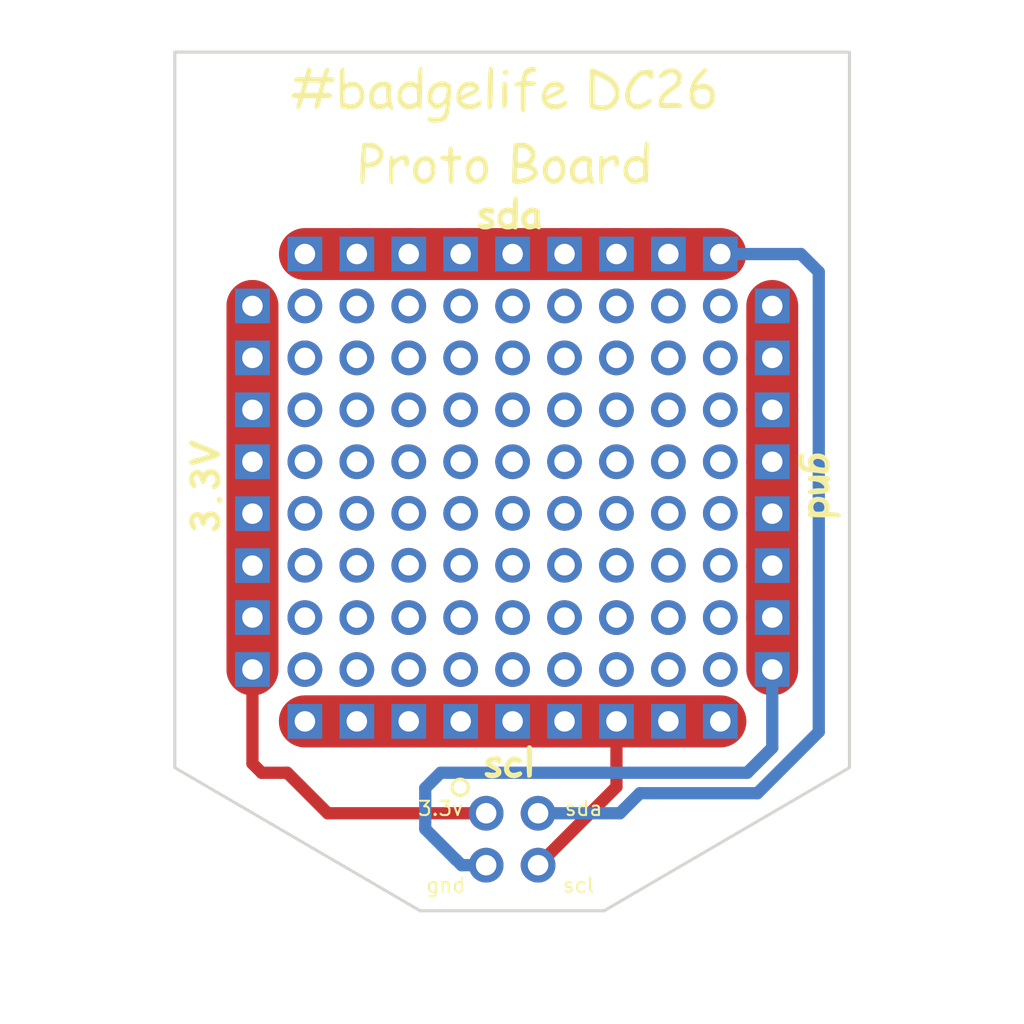
<source format=kicad_pcb>
(kicad_pcb (version 4) (host pcbnew 4.0.6+dfsg1-1)

  (general
    (links 34)
    (no_connects 0)
    (area 94.116316 137.5 153.750001 188.750001)
    (thickness 1.6)
    (drawings 28)
    (tracks 55)
    (zones 0)
    (modules 14)
    (nets 5)
  )

  (page A4)
  (layers
    (0 F.Cu signal)
    (31 B.Cu signal)
    (32 B.Adhes user)
    (33 F.Adhes user)
    (34 B.Paste user)
    (35 F.Paste user)
    (36 B.SilkS user)
    (37 F.SilkS user)
    (38 B.Mask user)
    (39 F.Mask user)
    (40 Dwgs.User user hide)
    (41 Cmts.User user hide)
    (42 Eco1.User user hide)
    (43 Eco2.User user hide)
    (44 Edge.Cuts user)
    (45 Margin user hide)
    (46 B.CrtYd user hide)
    (47 F.CrtYd user hide)
    (48 B.Fab user hide)
    (49 F.Fab user hide)
  )

  (setup
    (last_trace_width 0.15)
    (user_trace_width 0.6)
    (user_trace_width 2)
    (user_trace_width 2.54)
    (trace_clearance 0.2)
    (zone_clearance 0.508)
    (zone_45_only no)
    (trace_min 0.15)
    (segment_width 0.2)
    (edge_width 0.15)
    (via_size 0.6)
    (via_drill 0.33)
    (via_min_size 0.4)
    (via_min_drill 0.3)
    (uvia_size 0.3)
    (uvia_drill 0.1)
    (uvias_allowed no)
    (uvia_min_size 0.2)
    (uvia_min_drill 0.1)
    (pcb_text_width 0.3)
    (pcb_text_size 1.5 1.5)
    (mod_edge_width 0.15)
    (mod_text_size 1 1)
    (mod_text_width 0.15)
    (pad_size 1.7 1.7)
    (pad_drill 1)
    (pad_to_mask_clearance 0.2)
    (aux_axis_origin 0 0)
    (visible_elements FFFCCE7F)
    (pcbplotparams
      (layerselection 0x010fc_80000001)
      (usegerberextensions true)
      (excludeedgelayer true)
      (linewidth 0.100000)
      (plotframeref false)
      (viasonmask false)
      (mode 1)
      (useauxorigin false)
      (hpglpennumber 1)
      (hpglpenspeed 20)
      (hpglpendiameter 15)
      (hpglpenoverlay 2)
      (psnegative false)
      (psa4output false)
      (plotreference true)
      (plotvalue true)
      (plotinvisibletext false)
      (padsonsilk false)
      (subtractmaskfromsilk false)
      (outputformat 1)
      (mirror false)
      (drillshape 0)
      (scaleselection 1)
      (outputdirectory output/))
  )

  (net 0 "")
  (net 1 +3V3)
  (net 2 GND)
  (net 3 SDA)
  (net 4 SCL)

  (net_class Default "This is the default net class."
    (clearance 0.2)
    (trace_width 0.15)
    (via_dia 0.6)
    (via_drill 0.33)
    (uvia_dia 0.3)
    (uvia_drill 0.1)
    (add_net +3V3)
    (add_net GND)
    (add_net SCL)
    (add_net SDA)
  )

  (module mrmeeseeks:Pin_Header_Straight_2x09_Pitch2.54mm-NoSilk (layer F.Cu) (tedit 5AA33E7A) (tstamp 5AC7B4FD)
    (at 118.364 171.2 90)
    (descr "Through hole straight pin header, 2x09, 2.54mm pitch, double rows")
    (tags "Through hole pin header THT 2x09 2.54mm double row")
    (fp_text reference REF** (at 1.27 -2.33 90) (layer F.Fab) hide
      (effects (font (size 1 1) (thickness 0.15)))
    )
    (fp_text value Pin_Header_Straight_2x09_Pitch2.54mm (at 1.27 22.65 90) (layer F.Fab)
      (effects (font (size 1 1) (thickness 0.15)))
    )
    (fp_line (start -1.8 -1.8) (end -1.8 22.1) (layer F.CrtYd) (width 0.05))
    (fp_line (start -1.8 22.1) (end 4.35 22.1) (layer F.CrtYd) (width 0.05))
    (fp_line (start 4.35 22.1) (end 4.35 -1.8) (layer F.CrtYd) (width 0.05))
    (fp_line (start 4.35 -1.8) (end -1.8 -1.8) (layer F.CrtYd) (width 0.05))
    (fp_text user %R (at 1.27 10.16 180) (layer F.Fab)
      (effects (font (size 1 1) (thickness 0.15)))
    )
    (pad 1 thru_hole circle (at 0 0 90) (size 1.7 1.7) (drill 1) (layers *.Cu *.Mask))
    (pad 2 thru_hole oval (at 2.54 0 90) (size 1.7 1.7) (drill 1) (layers *.Cu *.Mask))
    (pad 3 thru_hole oval (at 0 2.54 90) (size 1.7 1.7) (drill 1) (layers *.Cu *.Mask))
    (pad 4 thru_hole oval (at 2.54 2.54 90) (size 1.7 1.7) (drill 1) (layers *.Cu *.Mask))
    (pad 5 thru_hole oval (at 0 5.08 90) (size 1.7 1.7) (drill 1) (layers *.Cu *.Mask))
    (pad 6 thru_hole oval (at 2.54 5.08 90) (size 1.7 1.7) (drill 1) (layers *.Cu *.Mask))
    (pad 7 thru_hole oval (at 0 7.62 90) (size 1.7 1.7) (drill 1) (layers *.Cu *.Mask))
    (pad 8 thru_hole oval (at 2.54 7.62 90) (size 1.7 1.7) (drill 1) (layers *.Cu *.Mask))
    (pad 9 thru_hole oval (at 0 10.16 90) (size 1.7 1.7) (drill 1) (layers *.Cu *.Mask))
    (pad 10 thru_hole oval (at 2.54 10.16 90) (size 1.7 1.7) (drill 1) (layers *.Cu *.Mask))
    (pad 11 thru_hole oval (at 0 12.7 90) (size 1.7 1.7) (drill 1) (layers *.Cu *.Mask))
    (pad 12 thru_hole oval (at 2.54 12.7 90) (size 1.7 1.7) (drill 1) (layers *.Cu *.Mask))
    (pad 13 thru_hole oval (at 0 15.24 90) (size 1.7 1.7) (drill 1) (layers *.Cu *.Mask))
    (pad 14 thru_hole oval (at 2.54 15.24 90) (size 1.7 1.7) (drill 1) (layers *.Cu *.Mask))
    (pad 15 thru_hole oval (at 0 17.78 90) (size 1.7 1.7) (drill 1) (layers *.Cu *.Mask))
    (pad 16 thru_hole oval (at 2.54 17.78 90) (size 1.7 1.7) (drill 1) (layers *.Cu *.Mask))
    (pad 17 thru_hole oval (at 0 20.32 90) (size 1.7 1.7) (drill 1) (layers *.Cu *.Mask))
    (pad 18 thru_hole oval (at 2.54 20.32 90) (size 1.7 1.7) (drill 1) (layers *.Cu *.Mask))
  )

  (module mrmeeseeks:Pin_Header_Straight_2x09_Pitch2.54mm-NoSilk (layer F.Cu) (tedit 5AA33E7A) (tstamp 5AC7B4E3)
    (at 118.364 166.1 90)
    (descr "Through hole straight pin header, 2x09, 2.54mm pitch, double rows")
    (tags "Through hole pin header THT 2x09 2.54mm double row")
    (fp_text reference REF** (at 1.27 -2.33 90) (layer F.Fab) hide
      (effects (font (size 1 1) (thickness 0.15)))
    )
    (fp_text value Pin_Header_Straight_2x09_Pitch2.54mm (at 1.27 22.65 90) (layer F.Fab)
      (effects (font (size 1 1) (thickness 0.15)))
    )
    (fp_line (start -1.8 -1.8) (end -1.8 22.1) (layer F.CrtYd) (width 0.05))
    (fp_line (start -1.8 22.1) (end 4.35 22.1) (layer F.CrtYd) (width 0.05))
    (fp_line (start 4.35 22.1) (end 4.35 -1.8) (layer F.CrtYd) (width 0.05))
    (fp_line (start 4.35 -1.8) (end -1.8 -1.8) (layer F.CrtYd) (width 0.05))
    (fp_text user %R (at 1.27 10.16 180) (layer F.Fab)
      (effects (font (size 1 1) (thickness 0.15)))
    )
    (pad 1 thru_hole circle (at 0 0 90) (size 1.7 1.7) (drill 1) (layers *.Cu *.Mask))
    (pad 2 thru_hole oval (at 2.54 0 90) (size 1.7 1.7) (drill 1) (layers *.Cu *.Mask))
    (pad 3 thru_hole oval (at 0 2.54 90) (size 1.7 1.7) (drill 1) (layers *.Cu *.Mask))
    (pad 4 thru_hole oval (at 2.54 2.54 90) (size 1.7 1.7) (drill 1) (layers *.Cu *.Mask))
    (pad 5 thru_hole oval (at 0 5.08 90) (size 1.7 1.7) (drill 1) (layers *.Cu *.Mask))
    (pad 6 thru_hole oval (at 2.54 5.08 90) (size 1.7 1.7) (drill 1) (layers *.Cu *.Mask))
    (pad 7 thru_hole oval (at 0 7.62 90) (size 1.7 1.7) (drill 1) (layers *.Cu *.Mask))
    (pad 8 thru_hole oval (at 2.54 7.62 90) (size 1.7 1.7) (drill 1) (layers *.Cu *.Mask))
    (pad 9 thru_hole oval (at 0 10.16 90) (size 1.7 1.7) (drill 1) (layers *.Cu *.Mask))
    (pad 10 thru_hole oval (at 2.54 10.16 90) (size 1.7 1.7) (drill 1) (layers *.Cu *.Mask))
    (pad 11 thru_hole oval (at 0 12.7 90) (size 1.7 1.7) (drill 1) (layers *.Cu *.Mask))
    (pad 12 thru_hole oval (at 2.54 12.7 90) (size 1.7 1.7) (drill 1) (layers *.Cu *.Mask))
    (pad 13 thru_hole oval (at 0 15.24 90) (size 1.7 1.7) (drill 1) (layers *.Cu *.Mask))
    (pad 14 thru_hole oval (at 2.54 15.24 90) (size 1.7 1.7) (drill 1) (layers *.Cu *.Mask))
    (pad 15 thru_hole oval (at 0 17.78 90) (size 1.7 1.7) (drill 1) (layers *.Cu *.Mask))
    (pad 16 thru_hole oval (at 2.54 17.78 90) (size 1.7 1.7) (drill 1) (layers *.Cu *.Mask))
    (pad 17 thru_hole oval (at 0 20.32 90) (size 1.7 1.7) (drill 1) (layers *.Cu *.Mask))
    (pad 18 thru_hole oval (at 2.54 20.32 90) (size 1.7 1.7) (drill 1) (layers *.Cu *.Mask))
  )

  (module mrmeeseeks:Pin_Header_Straight_2x09_Pitch2.54mm-NoSilk (layer F.Cu) (tedit 5AA33E7A) (tstamp 5AA4619B)
    (at 118.364 161.036 90)
    (descr "Through hole straight pin header, 2x09, 2.54mm pitch, double rows")
    (tags "Through hole pin header THT 2x09 2.54mm double row")
    (fp_text reference REF** (at 1.27 -2.33 90) (layer F.Fab) hide
      (effects (font (size 1 1) (thickness 0.15)))
    )
    (fp_text value Pin_Header_Straight_2x09_Pitch2.54mm (at 1.27 22.65 90) (layer F.Fab)
      (effects (font (size 1 1) (thickness 0.15)))
    )
    (fp_line (start -1.8 -1.8) (end -1.8 22.1) (layer F.CrtYd) (width 0.05))
    (fp_line (start -1.8 22.1) (end 4.35 22.1) (layer F.CrtYd) (width 0.05))
    (fp_line (start 4.35 22.1) (end 4.35 -1.8) (layer F.CrtYd) (width 0.05))
    (fp_line (start 4.35 -1.8) (end -1.8 -1.8) (layer F.CrtYd) (width 0.05))
    (fp_text user %R (at 1.27 10.16 180) (layer F.Fab)
      (effects (font (size 1 1) (thickness 0.15)))
    )
    (pad 1 thru_hole circle (at 0 0 90) (size 1.7 1.7) (drill 1) (layers *.Cu *.Mask))
    (pad 2 thru_hole oval (at 2.54 0 90) (size 1.7 1.7) (drill 1) (layers *.Cu *.Mask))
    (pad 3 thru_hole oval (at 0 2.54 90) (size 1.7 1.7) (drill 1) (layers *.Cu *.Mask))
    (pad 4 thru_hole oval (at 2.54 2.54 90) (size 1.7 1.7) (drill 1) (layers *.Cu *.Mask))
    (pad 5 thru_hole oval (at 0 5.08 90) (size 1.7 1.7) (drill 1) (layers *.Cu *.Mask))
    (pad 6 thru_hole oval (at 2.54 5.08 90) (size 1.7 1.7) (drill 1) (layers *.Cu *.Mask))
    (pad 7 thru_hole oval (at 0 7.62 90) (size 1.7 1.7) (drill 1) (layers *.Cu *.Mask))
    (pad 8 thru_hole oval (at 2.54 7.62 90) (size 1.7 1.7) (drill 1) (layers *.Cu *.Mask))
    (pad 9 thru_hole oval (at 0 10.16 90) (size 1.7 1.7) (drill 1) (layers *.Cu *.Mask))
    (pad 10 thru_hole oval (at 2.54 10.16 90) (size 1.7 1.7) (drill 1) (layers *.Cu *.Mask))
    (pad 11 thru_hole oval (at 0 12.7 90) (size 1.7 1.7) (drill 1) (layers *.Cu *.Mask))
    (pad 12 thru_hole oval (at 2.54 12.7 90) (size 1.7 1.7) (drill 1) (layers *.Cu *.Mask))
    (pad 13 thru_hole oval (at 0 15.24 90) (size 1.7 1.7) (drill 1) (layers *.Cu *.Mask))
    (pad 14 thru_hole oval (at 2.54 15.24 90) (size 1.7 1.7) (drill 1) (layers *.Cu *.Mask))
    (pad 15 thru_hole oval (at 0 17.78 90) (size 1.7 1.7) (drill 1) (layers *.Cu *.Mask))
    (pad 16 thru_hole oval (at 2.54 17.78 90) (size 1.7 1.7) (drill 1) (layers *.Cu *.Mask))
    (pad 17 thru_hole oval (at 0 20.32 90) (size 1.7 1.7) (drill 1) (layers *.Cu *.Mask))
    (pad 18 thru_hole oval (at 2.54 20.32 90) (size 1.7 1.7) (drill 1) (layers *.Cu *.Mask))
  )

  (module mrmeeseeks:Pin_Header_Straight_2x09_Pitch2.54mm-NoSilk (layer F.Cu) (tedit 5AA33E7A) (tstamp 5AA43AA4)
    (at 118.364 155.956 90)
    (descr "Through hole straight pin header, 2x09, 2.54mm pitch, double rows")
    (tags "Through hole pin header THT 2x09 2.54mm double row")
    (fp_text reference REF** (at 1.27 -2.33 90) (layer F.Fab) hide
      (effects (font (size 1 1) (thickness 0.15)))
    )
    (fp_text value Pin_Header_Straight_2x09_Pitch2.54mm (at 1.27 22.65 90) (layer F.Fab)
      (effects (font (size 1 1) (thickness 0.15)))
    )
    (fp_line (start -1.8 -1.8) (end -1.8 22.1) (layer F.CrtYd) (width 0.05))
    (fp_line (start -1.8 22.1) (end 4.35 22.1) (layer F.CrtYd) (width 0.05))
    (fp_line (start 4.35 22.1) (end 4.35 -1.8) (layer F.CrtYd) (width 0.05))
    (fp_line (start 4.35 -1.8) (end -1.8 -1.8) (layer F.CrtYd) (width 0.05))
    (fp_text user %R (at 1.27 10.16 180) (layer F.Fab)
      (effects (font (size 1 1) (thickness 0.15)))
    )
    (pad 1 thru_hole circle (at 0 0 90) (size 1.7 1.7) (drill 1) (layers *.Cu *.Mask))
    (pad 2 thru_hole oval (at 2.54 0 90) (size 1.7 1.7) (drill 1) (layers *.Cu *.Mask))
    (pad 3 thru_hole oval (at 0 2.54 90) (size 1.7 1.7) (drill 1) (layers *.Cu *.Mask))
    (pad 4 thru_hole oval (at 2.54 2.54 90) (size 1.7 1.7) (drill 1) (layers *.Cu *.Mask))
    (pad 5 thru_hole oval (at 0 5.08 90) (size 1.7 1.7) (drill 1) (layers *.Cu *.Mask))
    (pad 6 thru_hole oval (at 2.54 5.08 90) (size 1.7 1.7) (drill 1) (layers *.Cu *.Mask))
    (pad 7 thru_hole oval (at 0 7.62 90) (size 1.7 1.7) (drill 1) (layers *.Cu *.Mask))
    (pad 8 thru_hole oval (at 2.54 7.62 90) (size 1.7 1.7) (drill 1) (layers *.Cu *.Mask))
    (pad 9 thru_hole oval (at 0 10.16 90) (size 1.7 1.7) (drill 1) (layers *.Cu *.Mask))
    (pad 10 thru_hole oval (at 2.54 10.16 90) (size 1.7 1.7) (drill 1) (layers *.Cu *.Mask))
    (pad 11 thru_hole oval (at 0 12.7 90) (size 1.7 1.7) (drill 1) (layers *.Cu *.Mask))
    (pad 12 thru_hole oval (at 2.54 12.7 90) (size 1.7 1.7) (drill 1) (layers *.Cu *.Mask))
    (pad 13 thru_hole oval (at 0 15.24 90) (size 1.7 1.7) (drill 1) (layers *.Cu *.Mask))
    (pad 14 thru_hole oval (at 2.54 15.24 90) (size 1.7 1.7) (drill 1) (layers *.Cu *.Mask))
    (pad 15 thru_hole oval (at 0 17.78 90) (size 1.7 1.7) (drill 1) (layers *.Cu *.Mask))
    (pad 16 thru_hole oval (at 2.54 17.78 90) (size 1.7 1.7) (drill 1) (layers *.Cu *.Mask))
    (pad 17 thru_hole oval (at 0 20.32 90) (size 1.7 1.7) (drill 1) (layers *.Cu *.Mask))
    (pad 18 thru_hole oval (at 2.54 20.32 90) (size 1.7 1.7) (drill 1) (layers *.Cu *.Mask))
  )

  (module mrmeeseeks:Badgelife-Shitty-2x2 (layer F.Cu) (tedit 5AC7D7CF) (tstamp 5AC7B485)
    (at 128.5 179.5)
    (descr "Through hole angled pin header, 2x02, 2.54mm pitch, 6mm pin length, double rows")
    (tags "Through hole angled pin header THT 2x02 2.54mm double row")
    (path /5AC7B4BF)
    (fp_text reference X1 (at 0 0) (layer F.Fab)
      (effects (font (size 1 1) (thickness 0.15)))
    )
    (fp_text value Badgelife_shitty_connector (at 0 4.2) (layer F.Fab)
      (effects (font (size 1 1) (thickness 0.15)))
    )
    (fp_text user sda (at 3.5 -1.5) (layer F.SilkS)
      (effects (font (size 0.7 0.7) (thickness 0.1)))
    )
    (fp_line (start -25 9) (end 25 9) (layer F.Fab) (width 0.1))
    (fp_circle (center -2.54 -2.54) (end -2.14 -2.54) (layer F.SilkS) (width 0.15))
    (fp_line (start -25 -41) (end -25 9) (layer F.Fab) (width 0.1))
    (fp_line (start 25 -41) (end 25 9) (layer F.Fab) (width 0.1))
    (fp_line (start -25 -41) (end 25 -41) (layer F.Fab) (width 0.1))
    (fp_text user scl (at 3.25 2.25) (layer F.SilkS)
      (effects (font (size 0.7 0.7) (thickness 0.1)))
    )
    (fp_text user gnd (at -3.25 2.25) (layer F.SilkS)
      (effects (font (size 0.7 0.7) (thickness 0.1)))
    )
    (fp_text user 3.3v (at -3.5 -1.5) (layer F.SilkS)
      (effects (font (size 0.7 0.7) (thickness 0.1)))
    )
    (pad 4 thru_hole circle (at 1.27 -1.27) (size 1.7 1.7) (drill 1) (layers *.Cu *.Mask)
      (net 3 SDA))
    (pad 3 thru_hole oval (at 1.27 1.27) (size 1.7 1.7) (drill 1) (layers *.Cu *.Mask)
      (net 4 SCL))
    (pad 1 thru_hole oval (at -1.27 -1.27) (size 1.7 1.7) (drill 1) (layers *.Cu *.Mask)
      (net 1 +3V3))
    (pad 2 thru_hole oval (at -1.27 1.27) (size 1.7 1.7) (drill 1) (layers *.Cu *.Mask)
      (net 2 GND))
  )

  (module mrmeeseeks:Power_Rail-01x08 (layer F.Cu) (tedit 5AC7D1EA) (tstamp 5AC7B6D2)
    (at 115.7986 153.416)
    (descr "Through hole straight pin header, 1x07, 2.54mm pitch, single row")
    (tags "Through hole pin header THT 1x07 2.54mm single row")
    (path /5AC7BCC7)
    (fp_text reference J1 (at 0 -2.33) (layer F.Fab) hide
      (effects (font (size 1 1) (thickness 0.15)))
    )
    (fp_text value Conn_01x08 (at 0 17.57) (layer F.Fab)
      (effects (font (size 1 1) (thickness 0.15)))
    )
    (fp_line (start -1.8 -1.8) (end -1.8 19.59) (layer F.CrtYd) (width 0.05))
    (fp_line (start -1.8 19.59) (end 1.8 19.59) (layer F.CrtYd) (width 0.05))
    (fp_line (start 1.8 19.59) (end 1.8 -1.8) (layer F.CrtYd) (width 0.05))
    (fp_line (start 1.8 -1.8) (end -1.8 -1.8) (layer F.CrtYd) (width 0.05))
    (fp_text user %R (at 0 7.62 90) (layer F.Fab)
      (effects (font (size 1 1) (thickness 0.15)))
    )
    (pad 1 thru_hole rect (at 0 0) (size 1.7 1.7) (drill 1) (layers *.Cu *.Mask)
      (net 1 +3V3) (solder_mask_margin 0.1))
    (pad 2 thru_hole rect (at 0 2.54) (size 1.7 1.7) (drill 1) (layers *.Cu *.Mask)
      (net 1 +3V3) (solder_mask_margin 0.1))
    (pad 3 thru_hole rect (at 0 5.08) (size 1.7 1.7) (drill 1) (layers *.Cu *.Mask)
      (net 1 +3V3) (solder_mask_margin 0.1))
    (pad 4 thru_hole rect (at 0 7.62) (size 1.7 1.7) (drill 1) (layers *.Cu *.Mask)
      (net 1 +3V3) (solder_mask_margin 0.1))
    (pad 5 thru_hole rect (at 0 10.16) (size 1.7 1.7) (drill 1) (layers *.Cu *.Mask)
      (net 1 +3V3) (solder_mask_margin 0.1))
    (pad 6 thru_hole rect (at 0 12.7) (size 1.7 1.7) (drill 1) (layers *.Cu *.Mask)
      (net 1 +3V3) (solder_mask_margin 0.1))
    (pad 7 thru_hole rect (at 0 15.24) (size 1.7 1.7) (drill 1) (layers *.Cu *.Mask)
      (net 1 +3V3) (solder_mask_margin 0.1))
    (pad 8 thru_hole rect (at 0 17.78) (size 1.7 1.7) (drill 1) (layers *.Cu *.Mask)
      (net 1 +3V3) (solder_mask_margin 0.1))
  )

  (module mrmeeseeks:Power_Rail-01x08 (layer F.Cu) (tedit 5AC7D1EA) (tstamp 5AC7B6DE)
    (at 141.224 153.416)
    (descr "Through hole straight pin header, 1x07, 2.54mm pitch, single row")
    (tags "Through hole pin header THT 1x07 2.54mm single row")
    (path /5AC7BC88)
    (fp_text reference J2 (at 0 -2.33) (layer F.Fab) hide
      (effects (font (size 1 1) (thickness 0.15)))
    )
    (fp_text value Conn_01x08 (at 0 17.57) (layer F.Fab)
      (effects (font (size 1 1) (thickness 0.15)))
    )
    (fp_line (start -1.8 -1.8) (end -1.8 19.59) (layer F.CrtYd) (width 0.05))
    (fp_line (start -1.8 19.59) (end 1.8 19.59) (layer F.CrtYd) (width 0.05))
    (fp_line (start 1.8 19.59) (end 1.8 -1.8) (layer F.CrtYd) (width 0.05))
    (fp_line (start 1.8 -1.8) (end -1.8 -1.8) (layer F.CrtYd) (width 0.05))
    (fp_text user %R (at 0 7.62 90) (layer F.Fab)
      (effects (font (size 1 1) (thickness 0.15)))
    )
    (pad 1 thru_hole rect (at 0 0) (size 1.7 1.7) (drill 1) (layers *.Cu *.Mask)
      (net 2 GND) (solder_mask_margin 0.1))
    (pad 2 thru_hole rect (at 0 2.54) (size 1.7 1.7) (drill 1) (layers *.Cu *.Mask)
      (net 2 GND) (solder_mask_margin 0.1))
    (pad 3 thru_hole rect (at 0 5.08) (size 1.7 1.7) (drill 1) (layers *.Cu *.Mask)
      (net 2 GND) (solder_mask_margin 0.1))
    (pad 4 thru_hole rect (at 0 7.62) (size 1.7 1.7) (drill 1) (layers *.Cu *.Mask)
      (net 2 GND) (solder_mask_margin 0.1))
    (pad 5 thru_hole rect (at 0 10.16) (size 1.7 1.7) (drill 1) (layers *.Cu *.Mask)
      (net 2 GND) (solder_mask_margin 0.1))
    (pad 6 thru_hole rect (at 0 12.7) (size 1.7 1.7) (drill 1) (layers *.Cu *.Mask)
      (net 2 GND) (solder_mask_margin 0.1))
    (pad 7 thru_hole rect (at 0 15.24) (size 1.7 1.7) (drill 1) (layers *.Cu *.Mask)
      (net 2 GND) (solder_mask_margin 0.1))
    (pad 8 thru_hole rect (at 0 17.78) (size 1.7 1.7) (drill 1) (layers *.Cu *.Mask)
      (net 2 GND) (solder_mask_margin 0.1))
  )

  (module mrmeeseeks:Power_Rail-01x09 (layer F.Cu) (tedit 5AC7D21B) (tstamp 5AC7B6EB)
    (at 118.364 150.876 90)
    (descr "Through hole straight pin header, 1x07, 2.54mm pitch, single row")
    (tags "Through hole pin header THT 1x07 2.54mm single row")
    (path /5AC7B62F)
    (fp_text reference J3 (at 0 -2.33 90) (layer F.Fab) hide
      (effects (font (size 1 1) (thickness 0.15)))
    )
    (fp_text value Conn_01x09 (at 0 17.57 90) (layer F.Fab)
      (effects (font (size 1 1) (thickness 0.15)))
    )
    (fp_line (start -1.8 -1.8) (end -1.8 22.13) (layer F.CrtYd) (width 0.05))
    (fp_line (start -1.8 22.13) (end 1.8 22.13) (layer F.CrtYd) (width 0.05))
    (fp_line (start 1.8 22.13) (end 1.8 -1.8) (layer F.CrtYd) (width 0.05))
    (fp_line (start 1.8 -1.8) (end -1.8 -1.8) (layer F.CrtYd) (width 0.05))
    (fp_text user %R (at 0 7.62 180) (layer F.Fab)
      (effects (font (size 1 1) (thickness 0.15)))
    )
    (pad 1 thru_hole rect (at 0 0 90) (size 1.7 1.7) (drill 1) (layers *.Cu *.Mask)
      (net 3 SDA) (solder_mask_margin 0.1))
    (pad 2 thru_hole rect (at 0 2.54 90) (size 1.7 1.7) (drill 1) (layers *.Cu *.Mask)
      (net 3 SDA) (solder_mask_margin 0.1))
    (pad 3 thru_hole rect (at 0 5.08 90) (size 1.7 1.7) (drill 1) (layers *.Cu *.Mask)
      (net 3 SDA) (solder_mask_margin 0.1))
    (pad 4 thru_hole rect (at 0 7.62 90) (size 1.7 1.7) (drill 1) (layers *.Cu *.Mask)
      (net 3 SDA) (solder_mask_margin 0.1))
    (pad 5 thru_hole rect (at 0 10.16 90) (size 1.7 1.7) (drill 1) (layers *.Cu *.Mask)
      (net 3 SDA) (solder_mask_margin 0.1))
    (pad 6 thru_hole rect (at 0 12.7 90) (size 1.7 1.7) (drill 1) (layers *.Cu *.Mask)
      (net 3 SDA) (solder_mask_margin 0.1))
    (pad 7 thru_hole rect (at 0 15.24 90) (size 1.7 1.7) (drill 1) (layers *.Cu *.Mask)
      (net 3 SDA) (solder_mask_margin 0.1))
    (pad 8 thru_hole rect (at 0 17.78 90) (size 1.7 1.7) (drill 1) (layers *.Cu *.Mask)
      (net 3 SDA) (solder_mask_margin 0.1))
    (pad 9 thru_hole rect (at 0 20.32 90) (size 1.7 1.7) (drill 1) (layers *.Cu *.Mask)
      (net 3 SDA) (solder_mask_margin 0.1))
  )

  (module mrmeeseeks:Power_Rail-01x09 (layer F.Cu) (tedit 5AC7D21B) (tstamp 5AC7B6F8)
    (at 118.364 173.736 90)
    (descr "Through hole straight pin header, 1x07, 2.54mm pitch, single row")
    (tags "Through hole pin header THT 1x07 2.54mm single row")
    (path /5AC7B83F)
    (fp_text reference J4 (at 0 -2.33 90) (layer F.Fab) hide
      (effects (font (size 1 1) (thickness 0.15)))
    )
    (fp_text value Conn_01x09 (at 0 17.57 90) (layer F.Fab)
      (effects (font (size 1 1) (thickness 0.15)))
    )
    (fp_line (start -1.8 -1.8) (end -1.8 22.13) (layer F.CrtYd) (width 0.05))
    (fp_line (start -1.8 22.13) (end 1.8 22.13) (layer F.CrtYd) (width 0.05))
    (fp_line (start 1.8 22.13) (end 1.8 -1.8) (layer F.CrtYd) (width 0.05))
    (fp_line (start 1.8 -1.8) (end -1.8 -1.8) (layer F.CrtYd) (width 0.05))
    (fp_text user %R (at 0 7.62 180) (layer F.Fab)
      (effects (font (size 1 1) (thickness 0.15)))
    )
    (pad 1 thru_hole rect (at 0 0 90) (size 1.7 1.7) (drill 1) (layers *.Cu *.Mask)
      (net 4 SCL) (solder_mask_margin 0.1))
    (pad 2 thru_hole rect (at 0 2.54 90) (size 1.7 1.7) (drill 1) (layers *.Cu *.Mask)
      (net 4 SCL) (solder_mask_margin 0.1))
    (pad 3 thru_hole rect (at 0 5.08 90) (size 1.7 1.7) (drill 1) (layers *.Cu *.Mask)
      (net 4 SCL) (solder_mask_margin 0.1))
    (pad 4 thru_hole rect (at 0 7.62 90) (size 1.7 1.7) (drill 1) (layers *.Cu *.Mask)
      (net 4 SCL) (solder_mask_margin 0.1))
    (pad 5 thru_hole rect (at 0 10.16 90) (size 1.7 1.7) (drill 1) (layers *.Cu *.Mask)
      (net 4 SCL) (solder_mask_margin 0.1))
    (pad 6 thru_hole rect (at 0 12.7 90) (size 1.7 1.7) (drill 1) (layers *.Cu *.Mask)
      (net 4 SCL) (solder_mask_margin 0.1))
    (pad 7 thru_hole rect (at 0 15.24 90) (size 1.7 1.7) (drill 1) (layers *.Cu *.Mask)
      (net 4 SCL) (solder_mask_margin 0.1))
    (pad 8 thru_hole rect (at 0 17.78 90) (size 1.7 1.7) (drill 1) (layers *.Cu *.Mask)
      (net 4 SCL) (solder_mask_margin 0.1))
    (pad 9 thru_hole rect (at 0 20.32 90) (size 1.7 1.7) (drill 1) (layers *.Cu *.Mask)
      (net 4 SCL) (solder_mask_margin 0.1))
  )

  (module mrmeeseeks:badgelife-shitty-label-3.3v (layer F.Cu) (tedit 0) (tstamp 5ACA1377)
    (at 113.4 162.2 90)
    (fp_text reference G*** (at 0 0 90) (layer F.SilkS) hide
      (effects (font (thickness 0.3)))
    )
    (fp_text value LOGO (at 0.75 0 90) (layer F.SilkS) hide
      (effects (font (thickness 0.3)))
    )
    (fp_poly (pts (xy -0.590635 0.689919) (xy -0.557475 0.747317) (xy -0.567652 0.818609) (xy -0.581498 0.842303)
      (xy -0.646567 0.892611) (xy -0.727929 0.897305) (xy -0.80826 0.856113) (xy -0.819091 0.846019)
      (xy -0.854673 0.780646) (xy -0.839618 0.718095) (xy -0.77886 0.671084) (xy -0.747137 0.660511)
      (xy -0.657174 0.657341) (xy -0.590635 0.689919)) (layer F.SilkS) (width 0.01))
    (fp_poly (pts (xy -1.662356 -0.69149) (xy -1.538111 -0.652478) (xy -1.420385 -0.584149) (xy -1.348558 -0.501879)
      (xy -1.312086 -0.391104) (xy -1.304546 -0.32987) (xy -1.300937 -0.235155) (xy -1.314372 -0.17056)
      (xy -1.351823 -0.110666) (xy -1.371186 -0.086952) (xy -1.418278 -0.025704) (xy -1.429972 0.010547)
      (xy -1.410687 0.036812) (xy -1.408186 0.038744) (xy -1.326114 0.134105) (xy -1.279176 0.26049)
      (xy -1.269896 0.402855) (xy -1.300799 0.546153) (xy -1.316744 0.583864) (xy -1.398362 0.69399)
      (xy -1.518153 0.776561) (xy -1.662673 0.826861) (xy -1.818478 0.840176) (xy -1.969383 0.812724)
      (xy -2.065798 0.762346) (xy -2.145295 0.688367) (xy -2.20065 0.603039) (xy -2.224637 0.518614)
      (xy -2.210031 0.447343) (xy -2.195689 0.428977) (xy -2.138215 0.397912) (xy -2.069555 0.4138)
      (xy -1.983491 0.478409) (xy -1.967173 0.493888) (xy -1.885668 0.560578) (xy -1.810278 0.589221)
      (xy -1.764005 0.592666) (xy -1.663128 0.56993) (xy -1.580556 0.510627) (xy -1.531373 0.428114)
      (xy -1.524 0.380111) (xy -1.549538 0.295211) (xy -1.616633 0.215179) (xy -1.711006 0.153154)
      (xy -1.801943 0.12441) (xy -1.914371 0.091153) (xy -1.97702 0.04075) (xy -1.990615 -0.018733)
      (xy -1.955878 -0.079231) (xy -1.873532 -0.132678) (xy -1.776037 -0.164443) (xy -1.660204 -0.196853)
      (xy -1.590923 -0.233099) (xy -1.558394 -0.280298) (xy -1.552222 -0.327019) (xy -1.575416 -0.396571)
      (xy -1.638428 -0.437661) (xy -1.731406 -0.448636) (xy -1.844496 -0.427843) (xy -1.934941 -0.39123)
      (xy -2.035305 -0.351941) (xy -2.105993 -0.353614) (xy -2.157603 -0.397662) (xy -2.172922 -0.42298)
      (xy -2.187395 -0.467597) (xy -2.169976 -0.509393) (xy -2.12097 -0.560425) (xy -1.984204 -0.651522)
      (xy -1.826666 -0.695948) (xy -1.662356 -0.69149)) (layer F.SilkS) (width 0.01))
    (fp_poly (pts (xy 0.397866 -0.69149) (xy 0.522111 -0.652478) (xy 0.639837 -0.584149) (xy 0.711664 -0.501879)
      (xy 0.748137 -0.391104) (xy 0.755677 -0.32987) (xy 0.759285 -0.235155) (xy 0.745851 -0.17056)
      (xy 0.708399 -0.110666) (xy 0.689036 -0.086952) (xy 0.641945 -0.025704) (xy 0.630251 0.010547)
      (xy 0.649536 0.036812) (xy 0.652036 0.038744) (xy 0.734109 0.134105) (xy 0.781046 0.26049)
      (xy 0.790326 0.402855) (xy 0.759423 0.546153) (xy 0.743478 0.583864) (xy 0.66186 0.69399)
      (xy 0.542069 0.776561) (xy 0.397549 0.826861) (xy 0.241745 0.840176) (xy 0.090839 0.812724)
      (xy -0.005576 0.762346) (xy -0.085073 0.688367) (xy -0.140428 0.603039) (xy -0.164415 0.518614)
      (xy -0.149809 0.447343) (xy -0.135467 0.428977) (xy -0.077993 0.397912) (xy -0.009333 0.4138)
      (xy 0.076731 0.478409) (xy 0.09305 0.493888) (xy 0.174555 0.560578) (xy 0.249944 0.589221)
      (xy 0.296217 0.592666) (xy 0.397095 0.56993) (xy 0.479666 0.510627) (xy 0.528849 0.428114)
      (xy 0.536222 0.380111) (xy 0.510684 0.295211) (xy 0.443589 0.215179) (xy 0.349216 0.153154)
      (xy 0.258279 0.12441) (xy 0.145851 0.091153) (xy 0.083202 0.04075) (xy 0.069607 -0.018733)
      (xy 0.104345 -0.079231) (xy 0.18669 -0.132678) (xy 0.284185 -0.164443) (xy 0.400018 -0.196853)
      (xy 0.469299 -0.233099) (xy 0.501828 -0.280298) (xy 0.508 -0.327019) (xy 0.484806 -0.396571)
      (xy 0.421794 -0.437661) (xy 0.328816 -0.448636) (xy 0.215726 -0.427843) (xy 0.125281 -0.39123)
      (xy 0.024917 -0.351941) (xy -0.045771 -0.353614) (xy -0.097381 -0.397662) (xy -0.112699 -0.42298)
      (xy -0.127172 -0.467597) (xy -0.109754 -0.509393) (xy -0.060747 -0.560425) (xy 0.076018 -0.651522)
      (xy 0.233556 -0.695948) (xy 0.397866 -0.69149)) (layer F.SilkS) (width 0.01))
    (fp_poly (pts (xy 2.153449 -0.674384) (xy 2.177191 -0.651082) (xy 2.205517 -0.611342) (xy 2.211908 -0.575288)
      (xy 2.194889 -0.523914) (xy 2.162081 -0.456327) (xy 2.130842 -0.388464) (xy 2.083659 -0.278843)
      (xy 2.025053 -0.13831) (xy 1.959546 0.022292) (xy 1.891661 0.192116) (xy 1.890761 0.19439)
      (xy 1.82464 0.357637) (xy 1.761887 0.50529) (xy 1.70659 0.628282) (xy 1.66284 0.717545)
      (xy 1.634727 0.764011) (xy 1.632998 0.76589) (xy 1.557209 0.812335) (xy 1.482424 0.80636)
      (xy 1.435053 0.769055) (xy 1.409639 0.734823) (xy 1.384944 0.691113) (xy 1.358279 0.630603)
      (xy 1.326954 0.545973) (xy 1.28828 0.429901) (xy 1.239568 0.275068) (xy 1.178126 0.074152)
      (xy 1.170442 0.048815) (xy 1.121341 -0.117914) (xy 1.078681 -0.271803) (xy 1.045129 -0.402488)
      (xy 1.023353 -0.499603) (xy 1.016 -0.551468) (xy 1.034687 -0.642203) (xy 1.08683 -0.691928)
      (xy 1.166546 -0.695128) (xy 1.168663 -0.694609) (xy 1.192971 -0.688152) (xy 1.212866 -0.678004)
      (xy 1.230984 -0.657375) (xy 1.249957 -0.619478) (xy 1.27242 -0.557523) (xy 1.301007 -0.46472)
      (xy 1.338351 -0.334281) (xy 1.387087 -0.159417) (xy 1.414152 -0.061847) (xy 1.463589 0.110744)
      (xy 1.501959 0.231494) (xy 1.530478 0.303653) (xy 1.550361 0.330473) (xy 1.558995 0.325562)
      (xy 1.577244 0.284535) (xy 1.611047 0.200929) (xy 1.656333 0.085089) (xy 1.709033 -0.05264)
      (xy 1.738066 -0.129609) (xy 1.794706 -0.277262) (xy 1.848176 -0.410767) (xy 1.893839 -0.518969)
      (xy 1.927059 -0.590713) (xy 1.937321 -0.609072) (xy 2.005055 -0.676804) (xy 2.081724 -0.699384)
      (xy 2.153449 -0.674384)) (layer F.SilkS) (width 0.01))
  )

  (module mrmeeseeks:badgelife-shitty-label-sda (layer F.Cu) (tedit 0) (tstamp 5ACAA0B0)
    (at 128.2 148.8)
    (fp_text reference G*** (at 0 0) (layer F.SilkS) hide
      (effects (font (thickness 0.3)))
    )
    (fp_text value LOGO (at 0.75 0) (layer F.SilkS) hide
      (effects (font (thickness 0.3)))
    )
    (fp_poly (pts (xy -0.714617 -0.189913) (xy -0.657038 -0.170794) (xy -0.636132 -0.15856) (xy -0.577841 -0.090163)
      (xy -0.565648 0.000674) (xy -0.59366 0.086522) (xy -0.639137 0.129278) (xy -0.696969 0.138997)
      (xy -0.743441 0.113842) (xy -0.751794 0.098777) (xy -0.788033 0.072725) (xy -0.858239 0.058422)
      (xy -0.94092 0.05712) (xy -1.014581 0.070071) (xy -1.040782 0.081943) (xy -1.065768 0.111266)
      (xy -1.048706 0.145346) (xy -0.985533 0.188204) (xy -0.881405 0.239662) (xy -0.731986 0.318617)
      (xy -0.633121 0.397882) (xy -0.579196 0.48333) (xy -0.564444 0.571007) (xy -0.582986 0.677028)
      (xy -0.631395 0.746849) (xy -0.732768 0.814165) (xy -0.866963 0.8572) (xy -1.014564 0.87306)
      (xy -1.156158 0.858849) (xy -1.227678 0.835775) (xy -1.329141 0.772911) (xy -1.376008 0.696409)
      (xy -1.378 0.643608) (xy -1.364264 0.607678) (xy -1.329633 0.587468) (xy -1.265217 0.582045)
      (xy -1.162125 0.590473) (xy -1.037394 0.60784) (xy -0.930439 0.612111) (xy -0.854432 0.590971)
      (xy -0.819579 0.547752) (xy -0.818444 0.536331) (xy -0.842064 0.514907) (xy -0.904482 0.477715)
      (xy -0.99304 0.432186) (xy -1.008944 0.42455) (xy -1.16886 0.338539) (xy -1.276245 0.255548)
      (xy -1.334489 0.170945) (xy -1.346987 0.080101) (xy -1.324096 -0.00567) (xy -1.269968 -0.083938)
      (xy -1.178463 -0.139442) (xy -1.043333 -0.174997) (xy -0.915067 -0.189858) (xy -0.795193 -0.195658)
      (xy -0.714617 -0.189913)) (layer F.SilkS) (width 0.01))
    (fp_poly (pts (xy 0.527695 -0.72827) (xy 0.549894 -0.706831) (xy 0.565668 -0.663569) (xy 0.575855 -0.592702)
      (xy 0.581291 -0.488449) (xy 0.582812 -0.345028) (xy 0.581256 -0.156659) (xy 0.577528 0.078525)
      (xy 0.572562 0.32179) (xy 0.56689 0.513131) (xy 0.56023 0.657067) (xy 0.552299 0.758117)
      (xy 0.542815 0.820799) (xy 0.531494 0.849633) (xy 0.529183 0.851614) (xy 0.455784 0.873433)
      (xy 0.388231 0.854881) (xy 0.377129 0.845617) (xy 0.328452 0.830782) (xy 0.27087 0.845617)
      (xy 0.13742 0.871969) (xy -0.013296 0.863734) (xy -0.155136 0.822408) (xy -0.158014 0.821113)
      (xy -0.285519 0.737545) (xy -0.369786 0.620525) (xy -0.413226 0.466312) (xy -0.418316 0.41715)
      (xy -0.414311 0.330815) (xy -0.184611 0.330815) (xy -0.182028 0.401171) (xy -0.147631 0.483402)
      (xy -0.093356 0.553725) (xy -0.060507 0.578092) (xy 0.057646 0.616574) (xy 0.173307 0.599474)
      (xy 0.228479 0.57247) (xy 0.273535 0.54149) (xy 0.298121 0.505016) (xy 0.308377 0.446131)
      (xy 0.310444 0.34792) (xy 0.310445 0.346692) (xy 0.306044 0.236998) (xy 0.290111 0.166285)
      (xy 0.258549 0.117578) (xy 0.254 0.112888) (xy 0.17441 0.067985) (xy 0.07643 0.059477)
      (xy -0.022557 0.082871) (xy -0.105169 0.133668) (xy -0.154021 0.207374) (xy -0.157171 0.219235)
      (xy -0.173462 0.288948) (xy -0.184611 0.330815) (xy -0.414311 0.330815) (xy -0.409557 0.22837)
      (xy -0.35584 0.068241) (xy -0.25976 -0.058868) (xy -0.123914 -0.148591) (xy -0.069449 -0.169699)
      (xy 0.05164 -0.190463) (xy 0.184476 -0.184665) (xy 0.289278 -0.156771) (xy 0.314001 -0.151075)
      (xy 0.328827 -0.167531) (xy 0.336272 -0.216243) (xy 0.338852 -0.307316) (xy 0.339083 -0.356814)
      (xy 0.348592 -0.52708) (xy 0.376663 -0.64519) (xy 0.423718 -0.712437) (xy 0.460676 -0.728803)
      (xy 0.498234 -0.733667) (xy 0.527695 -0.72827)) (layer F.SilkS) (width 0.01))
    (fp_poly (pts (xy 1.386014 -0.184169) (xy 1.487086 -0.151288) (xy 1.525076 -0.134056) (xy 1.651 -0.070556)
      (xy 1.640847 0.203878) (xy 1.638488 0.356454) (xy 1.645733 0.471065) (xy 1.664356 0.565645)
      (xy 1.682185 0.621505) (xy 1.71173 0.719483) (xy 1.715031 0.782735) (xy 1.703424 0.812737)
      (xy 1.644432 0.863146) (xy 1.572639 0.86309) (xy 1.526373 0.834703) (xy 1.489576 0.808611)
      (xy 1.447988 0.804975) (xy 1.380775 0.823492) (xy 1.355591 0.832229) (xy 1.197527 0.87014)
      (xy 1.059124 0.862089) (xy 0.959556 0.825456) (xy 0.862411 0.747578) (xy 0.789699 0.631447)
      (xy 0.745477 0.49145) (xy 0.738158 0.39771) (xy 0.999337 0.39771) (xy 1.023917 0.506835)
      (xy 1.066046 0.5715) (xy 1.139845 0.614472) (xy 1.242976 0.613297) (xy 1.310496 0.593365)
      (xy 1.344588 0.577792) (xy 1.365845 0.554673) (xy 1.377296 0.512051) (xy 1.381967 0.437969)
      (xy 1.382887 0.320469) (xy 1.382889 0.30745) (xy 1.382889 0.049059) (xy 1.280064 0.065745)
      (xy 1.163493 0.108321) (xy 1.074359 0.186086) (xy 1.017896 0.286671) (xy 0.999337 0.39771)
      (xy 0.738158 0.39771) (xy 0.733806 0.341974) (xy 0.758746 0.197405) (xy 0.77216 0.161371)
      (xy 0.853175 0.033319) (xy 0.972408 -0.076039) (xy 1.113719 -0.15573) (xy 1.260967 -0.194784)
      (xy 1.299298 -0.196936) (xy 1.386014 -0.184169)) (layer F.SilkS) (width 0.01))
  )

  (module mrmeeseeks:badgelife-shitty-label-scl (layer F.Cu) (tedit 0) (tstamp 5ACB2E0F)
    (at 128.4 175.7)
    (fp_text reference G*** (at 0 0) (layer F.SilkS) hide
      (effects (font (thickness 0.3)))
    )
    (fp_text value LOGO (at 0.75 0) (layer F.SilkS) hide
      (effects (font (thickness 0.3)))
    )
    (fp_poly (pts (xy -0.573506 -0.246358) (xy -0.515927 -0.227238) (xy -0.495021 -0.215004) (xy -0.43673 -0.146607)
      (xy -0.424537 -0.055771) (xy -0.452548 0.030077) (xy -0.498026 0.072833) (xy -0.555858 0.082553)
      (xy -0.60233 0.057397) (xy -0.610683 0.042333) (xy -0.646922 0.01628) (xy -0.717128 0.001977)
      (xy -0.799809 0.000675) (xy -0.87347 0.013626) (xy -0.899671 0.025499) (xy -0.924657 0.054821)
      (xy -0.907595 0.088902) (xy -0.844422 0.13176) (xy -0.740294 0.183218) (xy -0.590875 0.262172)
      (xy -0.49201 0.341438) (xy -0.438085 0.426885) (xy -0.423333 0.514562) (xy -0.441875 0.620583)
      (xy -0.490284 0.690405) (xy -0.591657 0.75772) (xy -0.725852 0.800756) (xy -0.873453 0.816616)
      (xy -1.015046 0.802405) (xy -1.086566 0.77933) (xy -1.18803 0.716467) (xy -1.234897 0.639965)
      (xy -1.236889 0.587164) (xy -1.223153 0.551234) (xy -1.188522 0.531024) (xy -1.124106 0.5256)
      (xy -1.021014 0.534029) (xy -0.896283 0.551395) (xy -0.789328 0.555667) (xy -0.713321 0.534526)
      (xy -0.678468 0.491308) (xy -0.677333 0.479887) (xy -0.700953 0.458462) (xy -0.763371 0.421271)
      (xy -0.851929 0.375741) (xy -0.867833 0.368105) (xy -1.027749 0.282095) (xy -1.135133 0.199103)
      (xy -1.193378 0.114501) (xy -1.205875 0.023657) (xy -1.182985 -0.062115) (xy -1.128857 -0.140382)
      (xy -1.037352 -0.195887) (xy -0.902221 -0.231442) (xy -0.773956 -0.246302) (xy -0.654081 -0.252103)
      (xy -0.573506 -0.246358)) (layer F.SilkS) (width 0.01))
    (fp_poly (pts (xy 0.321788 -0.233973) (xy 0.409222 -0.201409) (xy 0.519501 -0.13884) (xy 0.575805 -0.074855)
      (xy 0.580582 -0.006593) (xy 0.579444 -0.002798) (xy 0.536139 0.05579) (xy 0.46307 0.072175)
      (xy 0.370335 0.044114) (xy 0.369701 0.043787) (xy 0.258988 0.005072) (xy 0.164416 0.015187)
      (xy 0.080728 0.07653) (xy 0.002669 0.191497) (xy -0.01081 0.21732) (xy -0.050479 0.325443)
      (xy -0.044303 0.412316) (xy 0.00884 0.491127) (xy 0.012828 0.495171) (xy 0.08824 0.54706)
      (xy 0.180548 0.561964) (xy 0.300673 0.540557) (xy 0.372163 0.517316) (xy 0.457508 0.490594)
      (xy 0.50986 0.486995) (xy 0.547207 0.505418) (xy 0.548552 0.506521) (xy 0.590814 0.568282)
      (xy 0.580114 0.634975) (xy 0.519139 0.702107) (xy 0.410579 0.765182) (xy 0.387929 0.775034)
      (xy 0.223067 0.814873) (xy 0.056904 0.799026) (xy -0.059061 0.753871) (xy -0.161442 0.683013)
      (xy -0.235459 0.583809) (xy -0.250099 0.555983) (xy -0.296013 0.422399) (xy -0.296555 0.287682)
      (xy -0.250552 0.14161) (xy -0.189354 0.026001) (xy -0.079309 -0.121264) (xy 0.041814 -0.213398)
      (xy 0.175139 -0.250825) (xy 0.321788 -0.233973)) (layer F.SilkS) (width 0.01))
    (fp_poly (pts (xy 0.993276 -0.782114) (xy 1.038578 -0.756356) (xy 1.050034 -0.726479) (xy 1.058913 -0.659722)
      (xy 1.065402 -0.551971) (xy 1.069687 -0.399115) (xy 1.071955 -0.19704) (xy 1.072445 -0.010483)
      (xy 1.07202 0.213036) (xy 1.070489 0.386756) (xy 1.067459 0.517321) (xy 1.062544 0.61137)
      (xy 1.055352 0.675547) (xy 1.045494 0.716493) (xy 1.032582 0.740849) (xy 1.028095 0.745873)
      (xy 0.957118 0.785832) (xy 0.883909 0.778516) (xy 0.852311 0.756355) (xy 0.841316 0.71772)
      (xy 0.832309 0.632028) (xy 0.825289 0.508632) (xy 0.820257 0.356883) (xy 0.817213 0.186135)
      (xy 0.816156 0.00574) (xy 0.817088 -0.174951) (xy 0.820007 -0.346583) (xy 0.824913 -0.499806)
      (xy 0.831808 -0.625266) (xy 0.84069 -0.713611) (xy 0.851559 -0.755489) (xy 0.852311 -0.756356)
      (xy 0.916785 -0.78662) (xy 0.993276 -0.782114)) (layer F.SilkS) (width 0.01))
  )

  (module mrmeeseeks:badgelife-shitty-label-gnd (layer F.Cu) (tedit 0) (tstamp 5ACBBB48)
    (at 143.7 162.3 270)
    (fp_text reference G*** (at 0 0 270) (layer F.SilkS) hide
      (effects (font (thickness 0.3)))
    )
    (fp_text value LOGO (at 0.75 0 270) (layer F.SilkS) hide
      (effects (font (thickness 0.3)))
    )
    (fp_poly (pts (xy -0.89265 -0.299228) (xy -0.777602 -0.245637) (xy -0.710811 -0.185587) (xy -0.684307 -0.10766)
      (xy -0.689052 -0.007572) (xy -0.699181 0.071533) (xy -0.712888 0.191439) (xy -0.728478 0.33675)
      (xy -0.74426 0.492067) (xy -0.74646 0.514463) (xy -0.768203 0.70662) (xy -0.792999 0.851576)
      (xy -0.824374 0.95857) (xy -0.865852 1.036843) (xy -0.92096 1.095636) (xy -0.984877 1.139386)
      (xy -1.085083 1.177321) (xy -1.217127 1.200389) (xy -1.359024 1.207325) (xy -1.488788 1.196867)
      (xy -1.573389 1.173235) (xy -1.641929 1.128284) (xy -1.664899 1.070905) (xy -1.665111 1.063151)
      (xy -1.65395 0.99809) (xy -1.614872 0.959014) (xy -1.539486 0.942313) (xy -1.419403 0.944382)
      (xy -1.393475 0.94638) (xy -1.24831 0.950255) (xy -1.146239 0.93062) (xy -1.07719 0.882909)
      (xy -1.031089 0.802561) (xy -1.022443 0.77829) (xy -1.002245 0.70781) (xy -0.995333 0.664153)
      (xy -0.996696 0.659008) (xy -1.025824 0.663599) (xy -1.084722 0.687894) (xy -1.09869 0.694688)
      (xy -1.217292 0.725894) (xy -1.349081 0.717517) (xy -1.469506 0.67195) (xy -1.493334 0.656227)
      (xy -1.585033 0.556156) (xy -1.64336 0.422817) (xy -1.666137 0.269983) (xy -1.660255 0.207583)
      (xy -1.408281 0.207583) (xy -1.406269 0.316759) (xy -1.369254 0.406472) (xy -1.354667 0.423333)
      (xy -1.276742 0.472946) (xy -1.193464 0.467593) (xy -1.135007 0.435731) (xy -1.049209 0.341665)
      (xy -0.996468 0.204724) (xy -0.979016 0.061602) (xy -0.973667 -0.098778) (xy -1.063592 -0.107488)
      (xy -1.153111 -0.100176) (xy -1.24214 -0.070369) (xy -1.242204 -0.070336) (xy -1.322458 -0.002604)
      (xy -1.37908 0.095582) (xy -1.408281 0.207583) (xy -1.660255 0.207583) (xy -1.651189 0.111426)
      (xy -1.601611 -0.028921) (xy -1.503232 -0.164648) (xy -1.370334 -0.26371) (xy -1.214802 -0.321576)
      (xy -1.048523 -0.333713) (xy -0.89265 -0.299228)) (layer F.SilkS) (width 0.01))
    (fp_poly (pts (xy -0.381994 -0.347231) (xy -0.318779 -0.280138) (xy -0.292304 -0.231157) (xy -0.267678 -0.237773)
      (xy -0.210284 -0.26466) (xy -0.179833 -0.280546) (xy -0.046015 -0.329025) (xy 0.077077 -0.329507)
      (xy 0.180745 -0.283683) (xy 0.254853 -0.195963) (xy 0.271037 -0.141009) (xy 0.286277 -0.045804)
      (xy 0.299822 0.077138) (xy 0.310926 0.215306) (xy 0.318841 0.356188) (xy 0.322817 0.487273)
      (xy 0.322108 0.596049) (xy 0.315965 0.670003) (xy 0.308081 0.694292) (xy 0.249027 0.727987)
      (xy 0.175161 0.728618) (xy 0.116699 0.696035) (xy 0.093681 0.642482) (xy 0.072356 0.548422)
      (xy 0.054635 0.42979) (xy 0.042429 0.302524) (xy 0.03765 0.18256) (xy 0.04221 0.085833)
      (xy 0.042886 0.080646) (xy 0.045712 -0.020913) (xy 0.020299 -0.074254) (xy -0.032437 -0.078661)
      (xy -0.106916 -0.036935) (xy -0.207541 0.072389) (xy -0.275414 0.222093) (xy -0.307465 0.404548)
      (xy -0.309649 0.467077) (xy -0.314863 0.579054) (xy -0.328065 0.662332) (xy -0.344311 0.699911)
      (xy -0.407233 0.729948) (xy -0.481591 0.726472) (xy -0.53275 0.695628) (xy -0.551857 0.649087)
      (xy -0.565004 0.560462) (xy -0.572397 0.426163) (xy -0.574241 0.242601) (xy -0.571125 0.023182)
      (xy -0.565877 -0.12238) (xy -0.556741 -0.221664) (xy -0.542188 -0.284789) (xy -0.520685 -0.321872)
      (xy -0.518593 -0.324042) (xy -0.450403 -0.362606) (xy -0.381994 -0.347231)) (layer F.SilkS) (width 0.01))
    (fp_poly (pts (xy 1.402584 -0.869381) (xy 1.424783 -0.847942) (xy 1.440557 -0.80468) (xy 1.450744 -0.733813)
      (xy 1.45618 -0.62956) (xy 1.457701 -0.48614) (xy 1.456145 -0.29777) (xy 1.452417 -0.062586)
      (xy 1.447451 0.180679) (xy 1.441779 0.37202) (xy 1.435119 0.515956) (xy 1.427188 0.617006)
      (xy 1.417704 0.679688) (xy 1.406383 0.708522) (xy 1.404071 0.710503) (xy 1.330673 0.732322)
      (xy 1.26312 0.71377) (xy 1.252018 0.704506) (xy 1.203341 0.689671) (xy 1.145758 0.704506)
      (xy 1.012308 0.730858) (xy 0.861593 0.722623) (xy 0.719752 0.681297) (xy 0.716875 0.680002)
      (xy 0.58937 0.596434) (xy 0.505103 0.479414) (xy 0.461663 0.325201) (xy 0.456573 0.276038)
      (xy 0.460578 0.189704) (xy 0.690278 0.189704) (xy 0.692861 0.26006) (xy 0.727258 0.342291)
      (xy 0.781533 0.412614) (xy 0.814382 0.436981) (xy 0.932535 0.475463) (xy 1.048196 0.458363)
      (xy 1.103368 0.431359) (xy 1.148424 0.400379) (xy 1.17301 0.363905) (xy 1.183266 0.30502)
      (xy 1.185333 0.206809) (xy 1.185333 0.205581) (xy 1.180933 0.095887) (xy 1.165 0.025173)
      (xy 1.133438 -0.023533) (xy 1.128889 -0.028223) (xy 1.049299 -0.073126) (xy 0.951319 -0.081634)
      (xy 0.852331 -0.058241) (xy 0.76972 -0.007443) (xy 0.720868 0.066263) (xy 0.717718 0.078124)
      (xy 0.701427 0.147836) (xy 0.690278 0.189704) (xy 0.460578 0.189704) (xy 0.465332 0.087259)
      (xy 0.519049 -0.07287) (xy 0.615129 -0.199979) (xy 0.750975 -0.289702) (xy 0.80544 -0.31081)
      (xy 0.926529 -0.331574) (xy 1.059365 -0.325776) (xy 1.164167 -0.297882) (xy 1.18889 -0.292186)
      (xy 1.203716 -0.308642) (xy 1.211161 -0.357355) (xy 1.213741 -0.448427) (xy 1.213972 -0.497925)
      (xy 1.223481 -0.668191) (xy 1.251551 -0.786301) (xy 1.298607 -0.853548) (xy 1.335565 -0.869914)
      (xy 1.373123 -0.874778) (xy 1.402584 -0.869381)) (layer F.SilkS) (width 0.01))
  )

  (module mrmeeseeks:badgelife-shitty-devboard-silk (layer F.Cu) (tedit 0) (tstamp 5B18AC93)
    (at 128.9 144.6)
    (fp_text reference G*** (at 0 0) (layer F.SilkS) hide
      (effects (font (thickness 0.3)))
    )
    (fp_text value LOGO (at 0.75 0) (layer F.SilkS) hide
      (effects (font (thickness 0.3)))
    )
    (fp_poly (pts (xy 3.271302 1.503972) (xy 3.282924 1.507231) (xy 3.396687 1.545591) (xy 3.468011 1.589006)
      (xy 3.50396 1.649755) (xy 3.511598 1.740117) (xy 3.497988 1.872371) (xy 3.497008 1.879372)
      (xy 3.4772 2.145241) (xy 3.49848 2.387345) (xy 3.558162 2.610671) (xy 3.591373 2.712234)
      (xy 3.603832 2.776168) (xy 3.597262 2.816622) (xy 3.585459 2.834842) (xy 3.543124 2.871484)
      (xy 3.499689 2.868331) (xy 3.44223 2.822382) (xy 3.41635 2.795564) (xy 3.33872 2.712462)
      (xy 3.16055 2.784428) (xy 3.058993 2.822787) (xy 2.984737 2.840288) (xy 2.913877 2.839823)
      (xy 2.825771 2.824942) (xy 2.674701 2.775146) (xy 2.561824 2.691853) (xy 2.484618 2.571178)
      (xy 2.44056 2.409234) (xy 2.427111 2.210656) (xy 2.429491 2.160413) (xy 2.656755 2.160413)
      (xy 2.658301 2.290233) (xy 2.684283 2.413471) (xy 2.731444 2.513241) (xy 2.7843 2.566111)
      (xy 2.857723 2.58741) (xy 2.961834 2.590514) (xy 3.074642 2.577504) (xy 3.174157 2.550462)
      (xy 3.223854 2.524505) (xy 3.276722 2.470726) (xy 3.284347 2.412759) (xy 3.282308 2.40314)
      (xy 3.275133 2.347209) (xy 3.268882 2.250641) (xy 3.264422 2.129244) (xy 3.262959 2.050363)
      (xy 3.25895 1.928107) (xy 3.250773 1.827476) (xy 3.239764 1.761501) (xy 3.231444 1.743154)
      (xy 3.170574 1.724636) (xy 3.081723 1.724833) (xy 2.989592 1.742198) (xy 2.940765 1.761369)
      (xy 2.83845 1.834321) (xy 2.746281 1.933218) (xy 2.684971 2.035608) (xy 2.682906 2.040893)
      (xy 2.656755 2.160413) (xy 2.429491 2.160413) (xy 2.433398 2.077947) (xy 2.456351 1.972065)
      (xy 2.500701 1.867183) (xy 2.608032 1.708877) (xy 2.748215 1.589051) (xy 2.911792 1.512056)
      (xy 3.089307 1.482246) (xy 3.271302 1.503972)) (layer F.SilkS) (width 0.01))
    (fp_poly (pts (xy -7.102406 0.875986) (xy -6.939922 0.967702) (xy -6.874569 1.02398) (xy -6.764744 1.154594)
      (xy -6.707383 1.289814) (xy -6.698932 1.441161) (xy -6.715075 1.541026) (xy -6.779765 1.707871)
      (xy -6.889096 1.846345) (xy -7.036426 1.951658) (xy -7.215114 2.01902) (xy -7.411842 2.043565)
      (xy -7.584683 2.046111) (xy -7.602342 2.25498) (xy -7.611539 2.387265) (xy -7.617927 2.524023)
      (xy -7.62 2.62328) (xy -7.630798 2.749939) (xy -7.663467 2.825343) (xy -7.718422 2.850444)
      (xy -7.718778 2.850444) (xy -7.76433 2.832344) (xy -7.783689 2.816578) (xy -7.801212 2.768126)
      (xy -7.812568 2.664632) (xy -7.817655 2.507171) (xy -7.817939 2.456744) (xy -7.816478 2.30781)
      (xy -7.812108 2.134498) (xy -7.805321 1.945351) (xy -7.796609 1.748912) (xy -7.792329 1.666557)
      (xy -7.573673 1.666557) (xy -7.572886 1.747737) (xy -7.570051 1.784662) (xy -7.569894 1.785055)
      (xy -7.533672 1.803506) (xy -7.459423 1.808423) (xy -7.363523 1.801317) (xy -7.262347 1.783703)
      (xy -7.172269 1.757093) (xy -7.146375 1.745925) (xy -7.021925 1.659257) (xy -6.943266 1.5447)
      (xy -6.914598 1.408472) (xy -6.91455 1.402773) (xy -6.940601 1.289977) (xy -7.014201 1.195816)
      (xy -7.128168 1.125126) (xy -7.27532 1.082745) (xy -7.405064 1.072444) (xy -7.558829 1.072444)
      (xy -7.569196 1.418167) (xy -7.572436 1.552806) (xy -7.573673 1.666557) (xy -7.792329 1.666557)
      (xy -7.786463 1.553723) (xy -7.775377 1.368326) (xy -7.763842 1.201265) (xy -7.75235 1.061082)
      (xy -7.741393 0.956319) (xy -7.731463 0.89552) (xy -7.727393 0.88469) (xy -7.688291 0.865676)
      (xy -7.609801 0.847017) (xy -7.508862 0.832731) (xy -7.508138 0.832658) (xy -7.290187 0.831462)
      (xy -7.102406 0.875986)) (layer F.SilkS) (width 0.01))
    (fp_poly (pts (xy -5.588325 1.453341) (xy -5.526054 1.49696) (xy -5.481388 1.573977) (xy -5.454763 1.671173)
      (xy -5.446611 1.775326) (xy -5.457367 1.873215) (xy -5.487465 1.951621) (xy -5.537337 1.997322)
      (xy -5.570261 2.003778) (xy -5.629098 1.978431) (xy -5.663353 1.903232) (xy -5.672667 1.800578)
      (xy -5.675584 1.718515) (xy -5.688707 1.678364) (xy -5.718596 1.665711) (xy -5.734312 1.665111)
      (xy -5.831945 1.685855) (xy -5.943529 1.740301) (xy -6.049452 1.816766) (xy -6.126759 1.898868)
      (xy -6.159611 1.946046) (xy -6.182276 1.988725) (xy -6.196645 2.038381) (xy -6.204607 2.10649)
      (xy -6.208053 2.204529) (xy -6.208873 2.343973) (xy -6.208889 2.397479) (xy -6.210905 2.575912)
      (xy -6.218495 2.704184) (xy -6.23397 2.788481) (xy -6.259644 2.834993) (xy -6.297828 2.849907)
      (xy -6.350835 2.839412) (xy -6.371167 2.831753) (xy -6.383216 2.812766) (xy -6.39242 2.763244)
      (xy -6.399063 2.677925) (xy -6.403425 2.55155) (xy -6.40579 2.378858) (xy -6.406445 2.174215)
      (xy -6.405901 1.961352) (xy -6.403993 1.798197) (xy -6.400303 1.678022) (xy -6.394416 1.594097)
      (xy -6.385914 1.539695) (xy -6.374381 1.508087) (xy -6.364471 1.496076) (xy -6.30303 1.475073)
      (xy -6.245967 1.499244) (xy -6.22236 1.537471) (xy -6.201168 1.604936) (xy -6.195037 1.624411)
      (xy -6.179203 1.647625) (xy -6.146696 1.639483) (xy -6.089204 1.6007) (xy -5.971716 1.530609)
      (xy -5.84105 1.478351) (xy -5.714814 1.449104) (xy -5.610615 1.448051) (xy -5.588325 1.453341)) (layer F.SilkS) (width 0.01))
    (fp_poly (pts (xy -4.474578 1.503679) (xy -4.352505 1.568606) (xy -4.255493 1.682306) (xy -4.228019 1.730988)
      (xy -4.180756 1.866007) (xy -4.155366 2.031874) (xy -4.153022 2.206922) (xy -4.174895 2.369489)
      (xy -4.190454 2.425467) (xy -4.26848 2.5879) (xy -4.378318 2.714428) (xy -4.511791 2.800332)
      (xy -4.660717 2.840891) (xy -4.816917 2.831386) (xy -4.868334 2.816574) (xy -4.985484 2.750999)
      (xy -5.093549 2.64674) (xy -5.176725 2.521155) (xy -5.207856 2.443648) (xy -5.24473 2.241794)
      (xy -5.243484 2.212303) (xy -5.012303 2.212303) (xy -4.995822 2.342897) (xy -4.950107 2.453945)
      (xy -4.879604 2.538356) (xy -4.788762 2.589039) (xy -4.682027 2.598904) (xy -4.563849 2.560862)
      (xy -4.544902 2.550286) (xy -4.456231 2.477521) (xy -4.400927 2.378719) (xy -4.374703 2.24388)
      (xy -4.37113 2.144921) (xy -4.384961 1.968979) (xy -4.425918 1.841356) (xy -4.495096 1.760286)
      (xy -4.59359 1.724003) (xy -4.633812 1.721555) (xy -4.764952 1.745418) (xy -4.869406 1.818154)
      (xy -4.939767 1.920832) (xy -4.9951 2.069251) (xy -5.012303 2.212303) (xy -5.243484 2.212303)
      (xy -5.236625 2.050043) (xy -5.187724 1.875319) (xy -5.10221 1.724548) (xy -4.984267 1.604655)
      (xy -4.838078 1.522564) (xy -4.667827 1.485202) (xy -4.627938 1.483674) (xy -4.474578 1.503679)) (layer F.SilkS) (width 0.01))
    (fp_poly (pts (xy -3.38102 1.039613) (xy -3.360097 1.056838) (xy -3.3263 1.099232) (xy -3.30843 1.15952)
      (xy -3.302228 1.254597) (xy -3.302 1.287249) (xy -3.302 1.465083) (xy -2.892778 1.481667)
      (xy -2.892778 1.580444) (xy -2.895214 1.639001) (xy -2.912219 1.669042) (xy -2.958338 1.681509)
      (xy -3.033889 1.686597) (xy -3.122272 1.690219) (xy -3.187495 1.695549) (xy -3.232907 1.710128)
      (xy -3.261859 1.741499) (xy -3.277702 1.797205) (xy -3.283786 1.884789) (xy -3.283461 2.011792)
      (xy -3.280079 2.185757) (xy -3.279128 2.238675) (xy -3.276553 2.425742) (xy -3.276397 2.564487)
      (xy -3.279194 2.662997) (xy -3.285477 2.729364) (xy -3.295779 2.771676) (xy -3.310634 2.798023)
      (xy -3.316422 2.804389) (xy -3.367823 2.844499) (xy -3.412618 2.840006) (xy -3.448812 2.815167)
      (xy -3.465354 2.793423) (xy -3.478123 2.752633) (xy -3.487922 2.685201) (xy -3.495553 2.583532)
      (xy -3.501819 2.440031) (xy -3.50709 2.26369) (xy -3.512331 2.098527) (xy -3.518649 1.953293)
      (xy -3.525503 1.837227) (xy -3.532351 1.75957) (xy -3.538362 1.729787) (xy -3.574231 1.717883)
      (xy -3.648013 1.705867) (xy -3.713539 1.699024) (xy -3.808868 1.687174) (xy -3.863987 1.667107)
      (xy -3.895112 1.631984) (xy -3.9011 1.619929) (xy -3.916386 1.548793) (xy -3.884818 1.500844)
      (xy -3.804111 1.474395) (xy -3.694892 1.467555) (xy -3.530251 1.467555) (xy -3.521959 1.265901)
      (xy -3.508454 1.129344) (xy -3.480936 1.046723) (xy -3.438695 1.017119) (xy -3.38102 1.039613)) (layer F.SilkS) (width 0.01))
    (fp_poly (pts (xy -1.906355 1.503679) (xy -1.784283 1.568606) (xy -1.687271 1.682306) (xy -1.659797 1.730988)
      (xy -1.612534 1.866007) (xy -1.587144 2.031874) (xy -1.5848 2.206922) (xy -1.606673 2.369489)
      (xy -1.622232 2.425467) (xy -1.700257 2.5879) (xy -1.810096 2.714428) (xy -1.943568 2.800332)
      (xy -2.092494 2.840891) (xy -2.248694 2.831386) (xy -2.300111 2.816574) (xy -2.417262 2.750999)
      (xy -2.525327 2.64674) (xy -2.608503 2.521155) (xy -2.639634 2.443648) (xy -2.676508 2.241794)
      (xy -2.675262 2.212303) (xy -2.44408 2.212303) (xy -2.4276 2.342897) (xy -2.381885 2.453945)
      (xy -2.311382 2.538356) (xy -2.220539 2.589039) (xy -2.113805 2.598904) (xy -1.995627 2.560862)
      (xy -1.97668 2.550286) (xy -1.888009 2.477521) (xy -1.832704 2.378719) (xy -1.806481 2.24388)
      (xy -1.802907 2.144921) (xy -1.816739 1.968979) (xy -1.857696 1.841356) (xy -1.926874 1.760286)
      (xy -2.025368 1.724003) (xy -2.06559 1.721555) (xy -2.19673 1.745418) (xy -2.301183 1.818154)
      (xy -2.371545 1.920832) (xy -2.426878 2.069251) (xy -2.44408 2.212303) (xy -2.675262 2.212303)
      (xy -2.668403 2.050043) (xy -2.619502 1.875319) (xy -2.533988 1.724548) (xy -2.416045 1.604655)
      (xy -2.269856 1.522564) (xy -2.099605 1.485202) (xy -2.059716 1.483674) (xy -1.906355 1.503679)) (layer F.SilkS) (width 0.01))
    (fp_poly (pts (xy 0.222818 0.847881) (xy 0.368858 0.887757) (xy 0.497458 0.963846) (xy 0.591864 1.047762)
      (xy 0.671596 1.141958) (xy 0.71569 1.238415) (xy 0.732664 1.35911) (xy 0.733777 1.413855)
      (xy 0.709494 1.594189) (xy 0.640006 1.753873) (xy 0.573881 1.839305) (xy 0.501645 1.914722)
      (xy 0.610655 1.970614) (xy 0.743254 2.055549) (xy 0.824363 2.150585) (xy 0.858815 2.262105)
      (xy 0.860777 2.301025) (xy 0.854471 2.381679) (xy 0.82839 2.445389) (xy 0.771789 2.51512)
      (xy 0.749967 2.537872) (xy 0.624387 2.644134) (xy 0.47641 2.724638) (xy 0.296843 2.78278)
      (xy 0.076492 2.821958) (xy -0.056445 2.835894) (xy -0.173386 2.843341) (xy -0.250587 2.840137)
      (xy -0.304042 2.824537) (xy -0.335711 2.805442) (xy -0.403311 2.756834) (xy -0.398473 2.604631)
      (xy -0.169334 2.604631) (xy 0.021166 2.587928) (xy 0.143921 2.571895) (xy 0.265688 2.547573)
      (xy 0.340323 2.526577) (xy 0.44188 2.479711) (xy 0.537678 2.41748) (xy 0.560284 2.398535)
      (xy 0.616785 2.339858) (xy 0.633821 2.296998) (xy 0.623254 2.262197) (xy 0.564237 2.202384)
      (xy 0.460895 2.148432) (xy 0.325324 2.104589) (xy 0.169619 2.075102) (xy 0.0635 2.065653)
      (xy -0.169334 2.05443) (xy -0.169334 2.604631) (xy -0.398473 2.604631) (xy -0.385286 2.189806)
      (xy -0.378395 1.985116) (xy -0.370507 1.770413) (xy -0.362789 1.575333) (xy -0.127842 1.575333)
      (xy -0.12773 1.68424) (xy -0.120954 1.750762) (xy -0.107197 1.781764) (xy -0.104747 1.783629)
      (xy -0.03455 1.803467) (xy 0.066496 1.803674) (xy 0.177069 1.786167) (xy 0.275849 1.752864)
      (xy 0.284453 1.748639) (xy 0.400141 1.662938) (xy 0.477248 1.549322) (xy 0.507165 1.420836)
      (xy 0.507267 1.411111) (xy 0.480444 1.294775) (xy 0.40697 1.196663) (xy 0.295378 1.123146)
      (xy 0.1542 1.080593) (xy 0.053697 1.07255) (xy -0.104272 1.072444) (xy -0.121605 1.417173)
      (xy -0.127842 1.575333) (xy -0.362789 1.575333) (xy -0.362303 1.563063) (xy -0.354466 1.380434)
      (xy -0.348759 1.260647) (xy -0.340776 1.112064) (xy -0.333185 1.010036) (xy -0.323677 0.94474)
      (xy -0.309943 0.90635) (xy -0.289675 0.885044) (xy -0.260565 0.870995) (xy -0.256851 0.869522)
      (xy -0.193673 0.85525) (xy -0.093864 0.844062) (xy 0.022771 0.838065) (xy 0.042333 0.837719)
      (xy 0.222818 0.847881)) (layer F.SilkS) (width 0.01))
    (fp_poly (pts (xy 1.875422 1.503679) (xy 1.997495 1.568606) (xy 2.094507 1.682306) (xy 2.121981 1.730988)
      (xy 2.169244 1.866007) (xy 2.194634 2.031874) (xy 2.196978 2.206922) (xy 2.175105 2.369489)
      (xy 2.159546 2.425467) (xy 2.08152 2.5879) (xy 1.971682 2.714428) (xy 1.838209 2.800332)
      (xy 1.689283 2.840891) (xy 1.533083 2.831386) (xy 1.481666 2.816574) (xy 1.364516 2.750999)
      (xy 1.256451 2.64674) (xy 1.173275 2.521155) (xy 1.142144 2.443648) (xy 1.10527 2.241794)
      (xy 1.106516 2.212303) (xy 1.337697 2.212303) (xy 1.354178 2.342897) (xy 1.399893 2.453945)
      (xy 1.470396 2.538356) (xy 1.561238 2.589039) (xy 1.667973 2.598904) (xy 1.786151 2.560862)
      (xy 1.805098 2.550286) (xy 1.893769 2.477521) (xy 1.949073 2.378719) (xy 1.975297 2.24388)
      (xy 1.97887 2.144921) (xy 1.965039 1.968979) (xy 1.924082 1.841356) (xy 1.854904 1.760286)
      (xy 1.75641 1.724003) (xy 1.716188 1.721555) (xy 1.585048 1.745418) (xy 1.480594 1.818154)
      (xy 1.410233 1.920832) (xy 1.3549 2.069251) (xy 1.337697 2.212303) (xy 1.106516 2.212303)
      (xy 1.113375 2.050043) (xy 1.162276 1.875319) (xy 1.24779 1.724548) (xy 1.365733 1.604655)
      (xy 1.511922 1.522564) (xy 1.682173 1.485202) (xy 1.722062 1.483674) (xy 1.875422 1.503679)) (layer F.SilkS) (width 0.01))
    (fp_poly (pts (xy 4.684564 1.453341) (xy 4.746835 1.49696) (xy 4.791501 1.573977) (xy 4.818126 1.671173)
      (xy 4.826278 1.775326) (xy 4.815522 1.873215) (xy 4.785424 1.951621) (xy 4.735551 1.997322)
      (xy 4.702628 2.003778) (xy 4.643791 1.978431) (xy 4.609536 1.903232) (xy 4.600222 1.800578)
      (xy 4.597305 1.718515) (xy 4.584182 1.678364) (xy 4.554292 1.665711) (xy 4.538577 1.665111)
      (xy 4.440944 1.685855) (xy 4.32936 1.740301) (xy 4.223437 1.816766) (xy 4.14613 1.898868)
      (xy 4.113278 1.946046) (xy 4.090612 1.988725) (xy 4.076244 2.038381) (xy 4.068282 2.10649)
      (xy 4.064836 2.204529) (xy 4.064016 2.343973) (xy 4.064 2.397479) (xy 4.061984 2.575912)
      (xy 4.054394 2.704184) (xy 4.038919 2.788481) (xy 4.013245 2.834993) (xy 3.975061 2.849907)
      (xy 3.922054 2.839412) (xy 3.901722 2.831753) (xy 3.889673 2.812766) (xy 3.880469 2.763244)
      (xy 3.873826 2.677925) (xy 3.869464 2.55155) (xy 3.867098 2.378858) (xy 3.866444 2.174215)
      (xy 3.866988 1.961352) (xy 3.868896 1.798197) (xy 3.872586 1.678022) (xy 3.878473 1.594097)
      (xy 3.886975 1.539695) (xy 3.898508 1.508087) (xy 3.908418 1.496076) (xy 3.969859 1.475073)
      (xy 4.026922 1.499244) (xy 4.050529 1.537471) (xy 4.071721 1.604936) (xy 4.077852 1.624411)
      (xy 4.093686 1.647625) (xy 4.126193 1.639483) (xy 4.183685 1.6007) (xy 4.301173 1.530609)
      (xy 4.431839 1.478351) (xy 4.558075 1.449104) (xy 4.662274 1.448051) (xy 4.684564 1.453341)) (layer F.SilkS) (width 0.01))
    (fp_poly (pts (xy 6.213261 0.77105) (xy 6.228287 0.779311) (xy 6.25372 0.802961) (xy 6.268495 0.843566)
      (xy 6.274747 0.913599) (xy 6.274609 1.025534) (xy 6.274153 1.047422) (xy 6.272215 1.141597)
      (xy 6.269559 1.281421) (xy 6.266378 1.456106) (xy 6.262868 1.654866) (xy 6.259221 1.866913)
      (xy 6.256464 2.031181) (xy 6.252366 2.258355) (xy 6.248179 2.435526) (xy 6.243407 2.569132)
      (xy 6.237551 2.665613) (xy 6.230115 2.731408) (xy 6.220601 2.772955) (xy 6.20851 2.796695)
      (xy 6.196487 2.807292) (xy 6.152223 2.818202) (xy 6.107493 2.78534) (xy 6.09627 2.772224)
      (xy 6.043632 2.708114) (xy 5.934717 2.764884) (xy 5.776186 2.820499) (xy 5.603412 2.836664)
      (xy 5.46341 2.816835) (xy 5.355304 2.76494) (xy 5.245704 2.676946) (xy 5.151597 2.569783)
      (xy 5.089971 2.46038) (xy 5.082273 2.437025) (xy 5.05155 2.241046) (xy 5.053165 2.21719)
      (xy 5.25756 2.21719) (xy 5.29042 2.347526) (xy 5.357598 2.456634) (xy 5.452854 2.537879)
      (xy 5.569947 2.584625) (xy 5.702639 2.590234) (xy 5.84469 2.548072) (xy 5.888909 2.524699)
      (xy 6.011333 2.452954) (xy 6.011333 2.184177) (xy 6.008358 2.033153) (xy 5.996915 1.927094)
      (xy 5.973228 1.854716) (xy 5.93352 1.804733) (xy 5.874017 1.765863) (xy 5.870787 1.764181)
      (xy 5.739724 1.724064) (xy 5.602243 1.727902) (xy 5.473443 1.771444) (xy 5.368422 1.850436)
      (xy 5.319749 1.91938) (xy 5.265256 2.072263) (xy 5.25756 2.21719) (xy 5.053165 2.21719)
      (xy 5.064628 2.047939) (xy 5.11781 1.868096) (xy 5.207401 1.711908) (xy 5.329704 1.589765)
      (xy 5.399135 1.546181) (xy 5.532857 1.498028) (xy 5.679112 1.480427) (xy 5.818791 1.493406)
      (xy 5.932783 1.536998) (xy 5.945269 1.545307) (xy 6.034428 1.608859) (xy 6.054805 1.240429)
      (xy 6.065291 1.078534) (xy 6.076982 0.963295) (xy 6.091501 0.884925) (xy 6.11047 0.833639)
      (xy 6.126155 0.809944) (xy 6.171281 0.768459) (xy 6.213261 0.77105)) (layer F.SilkS) (width 0.01))
    (fp_poly (pts (xy -3.6313 -2.139418) (xy -3.529281 -2.087979) (xy -3.520801 -2.080643) (xy -3.464546 -2.037711)
      (xy -3.427809 -2.01458) (xy -3.403717 -1.994592) (xy -3.387088 -1.961704) (xy -3.377743 -1.908788)
      (xy -3.375503 -1.828717) (xy -3.380189 -1.714365) (xy -3.391622 -1.558605) (xy -3.409624 -1.35431)
      (xy -3.41089 -1.340556) (xy -3.436441 -1.075934) (xy -3.460536 -0.861356) (xy -3.48506 -0.690519)
      (xy -3.511896 -0.557122) (xy -3.54293 -0.454863) (xy -3.580046 -0.377439) (xy -3.625128 -0.318548)
      (xy -3.68006 -0.27189) (xy -3.741816 -0.233854) (xy -3.852503 -0.192034) (xy -3.996758 -0.163779)
      (xy -4.152817 -0.151503) (xy -4.298917 -0.15762) (xy -4.351799 -0.166197) (xy -4.463919 -0.203351)
      (xy -4.524969 -0.258387) (xy -4.538354 -0.334413) (xy -4.538149 -0.336251) (xy -4.529667 -0.409222)
      (xy -4.230807 -0.399052) (xy -3.931948 -0.388882) (xy -3.829034 -0.479241) (xy -3.766092 -0.544912)
      (xy -3.720875 -0.621632) (xy -3.688489 -0.722403) (xy -3.664034 -0.860227) (xy -3.653438 -0.945445)
      (xy -3.634205 -1.114778) (xy -3.737868 -0.995471) (xy -3.857834 -0.887854) (xy -3.985485 -0.834919)
      (xy -4.125702 -0.834971) (xy -4.17115 -0.845121) (xy -4.309095 -0.908458) (xy -4.415332 -1.009702)
      (xy -4.489572 -1.139871) (xy -4.531526 -1.289981) (xy -4.534535 -1.34167) (xy -4.308639 -1.34167)
      (xy -4.292577 -1.268212) (xy -4.238003 -1.158262) (xy -4.15166 -1.094044) (xy -4.029315 -1.072466)
      (xy -4.024661 -1.072445) (xy -3.95404 -1.078847) (xy -3.895287 -1.104905) (xy -3.829392 -1.160894)
      (xy -3.793474 -1.197411) (xy -3.736116 -1.262765) (xy -3.693808 -1.328608) (xy -3.662116 -1.407393)
      (xy -3.636604 -1.511571) (xy -3.61284 -1.653593) (xy -3.60082 -1.738358) (xy -3.594572 -1.814462)
      (xy -3.608488 -1.856049) (xy -3.650281 -1.88366) (xy -3.65647 -1.886525) (xy -3.772486 -1.915062)
      (xy -3.907431 -1.912814) (xy -4.033818 -1.881104) (xy -4.064441 -1.866855) (xy -4.180183 -1.77521)
      (xy -4.26292 -1.64806) (xy -4.307467 -1.499011) (xy -4.308639 -1.34167) (xy -4.534535 -1.34167)
      (xy -4.540905 -1.451049) (xy -4.51742 -1.614091) (xy -4.460782 -1.770123) (xy -4.370702 -1.910162)
      (xy -4.24689 -2.025225) (xy -4.209896 -2.049484) (xy -4.068296 -2.115026) (xy -3.915121 -2.152294)
      (xy -3.764684 -2.160641) (xy -3.6313 -2.139418)) (layer F.SilkS) (width 0.01))
    (fp_poly (pts (xy 0.688909 -2.860271) (xy 0.758257 -2.817238) (xy 0.780045 -2.774262) (xy 0.775803 -2.69932)
      (xy 0.72388 -2.648155) (xy 0.629691 -2.625402) (xy 0.605189 -2.624667) (xy 0.499202 -2.598546)
      (xy 0.403813 -2.528587) (xy 0.329767 -2.427397) (xy 0.287811 -2.307583) (xy 0.282222 -2.24576)
      (xy 0.285141 -2.210161) (xy 0.301738 -2.188587) (xy 0.343772 -2.176759) (xy 0.423004 -2.170396)
      (xy 0.497978 -2.167243) (xy 0.616452 -2.159762) (xy 0.690553 -2.146506) (xy 0.732276 -2.124673)
      (xy 0.744778 -2.109611) (xy 0.762775 -2.044458) (xy 0.729315 -1.99443) (xy 0.648166 -1.962988)
      (xy 0.575664 -1.95435) (xy 0.471033 -1.94671) (xy 0.37325 -1.935995) (xy 0.345722 -1.931905)
      (xy 0.254 -1.916554) (xy 0.254 -1.345557) (xy 0.25331 -1.14414) (xy 0.250888 -0.991533)
      (xy 0.246205 -0.880113) (xy 0.238733 -0.802258) (xy 0.227944 -0.750346) (xy 0.21331 -0.716754)
      (xy 0.210066 -0.711835) (xy 0.151924 -0.65756) (xy 0.094035 -0.658951) (xy 0.057823 -0.689783)
      (xy 0.045307 -0.725609) (xy 0.036163 -0.8014) (xy 0.030197 -0.921204) (xy 0.02721 -1.089068)
      (xy 0.027007 -1.309038) (xy 0.027075 -1.323276) (xy 0.030082 -1.916097) (xy -0.119015 -1.92466)
      (xy -0.206266 -1.932076) (xy -0.252045 -1.946683) (xy -0.271318 -1.97648) (xy -0.276868 -2.009037)
      (xy -0.275482 -2.060519) (xy -0.246354 -2.090937) (xy -0.178091 -2.114713) (xy -0.091787 -2.134508)
      (xy -0.019022 -2.14446) (xy -0.010308 -2.144732) (xy 0.024932 -2.152109) (xy 0.046881 -2.182657)
      (xy 0.061929 -2.249347) (xy 0.069705 -2.307167) (xy 0.111269 -2.508045) (xy 0.182369 -2.66237)
      (xy 0.284838 -2.772767) (xy 0.42051 -2.841861) (xy 0.448993 -2.850219) (xy 0.583298 -2.871844)
      (xy 0.688909 -2.860271)) (layer F.SilkS) (width 0.01))
    (fp_poly (pts (xy 3.566807 -2.791589) (xy 3.650544 -2.765338) (xy 3.764471 -2.719747) (xy 3.914572 -2.65317)
      (xy 4.106829 -2.563962) (xy 4.200542 -2.519844) (xy 4.330902 -2.442343) (xy 4.469173 -2.333929)
      (xy 4.600001 -2.20903) (xy 4.708032 -2.082072) (xy 4.769457 -1.985321) (xy 4.826427 -1.821722)
      (xy 4.851494 -1.63272) (xy 4.843355 -1.440345) (xy 4.810346 -1.29358) (xy 4.750363 -1.170272)
      (xy 4.657479 -1.044391) (xy 4.545449 -0.930205) (xy 4.428025 -0.841981) (xy 4.332111 -0.797429)
      (xy 4.20804 -0.770646) (xy 4.063649 -0.753466) (xy 3.920283 -0.747215) (xy 3.799288 -0.75322)
      (xy 3.753037 -0.761438) (xy 3.665565 -0.788419) (xy 3.561199 -0.826978) (xy 3.520204 -0.843865)
      (xy 3.386666 -0.901105) (xy 3.386666 -1.775666) (xy 3.626555 -1.775666) (xy 3.626555 -1.067972)
      (xy 3.697111 -1.028875) (xy 3.77207 -1.005816) (xy 3.883337 -0.99275) (xy 4.011589 -0.990116)
      (xy 4.137502 -0.998353) (xy 4.237207 -1.016606) (xy 4.360675 -1.078075) (xy 4.469807 -1.183022)
      (xy 4.556271 -1.318801) (xy 4.611735 -1.472766) (xy 4.628287 -1.610181) (xy 4.607657 -1.726978)
      (xy 4.552092 -1.859166) (xy 4.47156 -1.987938) (xy 4.376031 -2.094489) (xy 4.367673 -2.101804)
      (xy 4.309404 -2.143471) (xy 4.218259 -2.199435) (xy 4.106102 -2.263404) (xy 3.984793 -2.329088)
      (xy 3.866195 -2.390197) (xy 3.76217 -2.440438) (xy 3.684579 -2.473523) (xy 3.648018 -2.483457)
      (xy 3.64216 -2.456466) (xy 3.636911 -2.380577) (xy 3.6325 -2.263339) (xy 3.629156 -2.112297)
      (xy 3.627107 -1.934998) (xy 3.626555 -1.775666) (xy 3.386666 -1.775666) (xy 3.386666 -1.792964)
      (xy 3.387528 -2.035632) (xy 3.390003 -2.2515) (xy 3.393925 -2.434846) (xy 3.399127 -2.579949)
      (xy 3.405443 -2.681087) (xy 3.412706 -2.73254) (xy 3.414104 -2.736091) (xy 3.43691 -2.77075)
      (xy 3.465973 -2.79265) (xy 3.507278 -2.800145) (xy 3.566807 -2.791589)) (layer F.SilkS) (width 0.01))
    (fp_poly (pts (xy -6.550031 -2.136695) (xy -6.538409 -2.133435) (xy -6.424646 -2.095076) (xy -6.353322 -2.051661)
      (xy -6.317373 -1.990912) (xy -6.309736 -1.90055) (xy -6.323345 -1.768295) (xy -6.324325 -1.761295)
      (xy -6.344134 -1.495426) (xy -6.322853 -1.253321) (xy -6.263171 -1.029995) (xy -6.22996 -0.928432)
      (xy -6.217501 -0.864498) (xy -6.224071 -0.824045) (xy -6.235874 -0.805824) (xy -6.278209 -0.769183)
      (xy -6.321644 -0.772336) (xy -6.379103 -0.818285) (xy -6.404984 -0.845103) (xy -6.482613 -0.928205)
      (xy -6.660783 -0.856239) (xy -6.76234 -0.81788) (xy -6.836597 -0.800379) (xy -6.907456 -0.800843)
      (xy -6.995563 -0.815724) (xy -7.146632 -0.86552) (xy -7.259509 -0.948813) (xy -7.336715 -1.069489)
      (xy -7.380773 -1.231433) (xy -7.394223 -1.430011) (xy -7.391843 -1.480254) (xy -7.164578 -1.480254)
      (xy -7.163033 -1.350433) (xy -7.13705 -1.227196) (xy -7.08989 -1.127426) (xy -7.037034 -1.074555)
      (xy -6.96361 -1.053257) (xy -6.859499 -1.050153) (xy -6.746691 -1.063163) (xy -6.647176 -1.090205)
      (xy -6.59748 -1.116161) (xy -6.544611 -1.169941) (xy -6.536986 -1.227908) (xy -6.539025 -1.237526)
      (xy -6.546201 -1.293458) (xy -6.552452 -1.390026) (xy -6.556911 -1.511423) (xy -6.558375 -1.590304)
      (xy -6.562384 -1.71256) (xy -6.570561 -1.81319) (xy -6.581569 -1.879166) (xy -6.589889 -1.897512)
      (xy -6.650759 -1.916031) (xy -6.73961 -1.915834) (xy -6.831742 -1.898469) (xy -6.880569 -1.879298)
      (xy -6.982883 -1.806346) (xy -7.075052 -1.707449) (xy -7.136363 -1.605058) (xy -7.138427 -1.599774)
      (xy -7.164578 -1.480254) (xy -7.391843 -1.480254) (xy -7.387935 -1.56272) (xy -7.364983 -1.668602)
      (xy -7.320632 -1.773484) (xy -7.213301 -1.93179) (xy -7.073119 -2.051616) (xy -6.909541 -2.12861)
      (xy -6.732026 -2.158421) (xy -6.550031 -2.136695)) (layer F.SilkS) (width 0.01))
    (fp_poly (pts (xy -8.650111 -2.832428) (xy -8.63279 -2.816591) (xy -8.620764 -2.779058) (xy -8.613168 -2.711473)
      (xy -8.609135 -2.605484) (xy -8.607799 -2.452737) (xy -8.607778 -2.424092) (xy -8.606347 -2.282767)
      (xy -8.602417 -2.164212) (xy -8.596535 -2.078533) (xy -8.589248 -2.035834) (xy -8.586611 -2.032898)
      (xy -8.549562 -2.048972) (xy -8.513757 -2.072968) (xy -8.413615 -2.122855) (xy -8.284698 -2.152547)
      (xy -8.152359 -2.157845) (xy -8.074577 -2.145703) (xy -7.921222 -2.077967) (xy -7.798904 -1.97167)
      (xy -7.708588 -1.83602) (xy -7.651243 -1.680223) (xy -7.627835 -1.513487) (xy -7.639332 -1.345019)
      (xy -7.6867 -1.184027) (xy -7.770907 -1.039718) (xy -7.892919 -0.921299) (xy -7.942575 -0.888928)
      (xy -8.080004 -0.832834) (xy -8.237075 -0.805739) (xy -8.387779 -0.811125) (xy -8.438445 -0.822554)
      (xy -8.570991 -0.851056) (xy -8.66766 -0.846039) (xy -8.692445 -0.83747) (xy -8.723932 -0.826177)
      (xy -8.749412 -0.826028) (xy -8.769637 -0.842231) (xy -8.785362 -0.879999) (xy -8.797339 -0.944542)
      (xy -8.806323 -1.041069) (xy -8.813067 -1.174793) (xy -8.818325 -1.350922) (xy -8.819997 -1.433597)
      (xy -8.607778 -1.433597) (xy -8.607778 -1.126164) (xy -8.516056 -1.084769) (xy -8.404873 -1.054385)
      (xy -8.275388 -1.048096) (xy -8.147726 -1.064133) (xy -8.042014 -1.100728) (xy -7.999231 -1.130169)
      (xy -7.904771 -1.244371) (xy -7.856254 -1.374339) (xy -7.845778 -1.495778) (xy -7.866394 -1.657436)
      (xy -7.929864 -1.785293) (xy -8.004243 -1.860175) (xy -8.108396 -1.908638) (xy -8.236075 -1.917929)
      (xy -8.372255 -1.890103) (xy -8.501911 -1.827218) (xy -8.558389 -1.784334) (xy -8.580826 -1.756036)
      (xy -8.595427 -1.710959) (xy -8.603733 -1.638155) (xy -8.607286 -1.526672) (xy -8.607778 -1.433597)
      (xy -8.819997 -1.433597) (xy -8.82285 -1.574668) (xy -8.825956 -1.76061) (xy -8.82968 -2.033668)
      (xy -8.831153 -2.254911) (xy -8.830281 -2.428927) (xy -8.82697 -2.560305) (xy -8.821128 -2.653632)
      (xy -8.812661 -2.713497) (xy -8.806107 -2.735689) (xy -8.754693 -2.815409) (xy -8.6893 -2.840781)
      (xy -8.650111 -2.832428)) (layer F.SilkS) (width 0.01))
    (fp_poly (pts (xy -4.84985 -2.869616) (xy -4.834824 -2.861356) (xy -4.809391 -2.837705) (xy -4.794616 -2.7971)
      (xy -4.788364 -2.727067) (xy -4.788502 -2.615133) (xy -4.788958 -2.593245) (xy -4.790896 -2.49907)
      (xy -4.793553 -2.359246) (xy -4.796733 -2.18456) (xy -4.800243 -1.9858) (xy -4.80389 -1.773754)
      (xy -4.806647 -1.609486) (xy -4.810746 -1.382311) (xy -4.814932 -1.205141) (xy -4.819704 -1.071535)
      (xy -4.82556 -0.975054) (xy -4.832996 -0.909259) (xy -4.84251 -0.867711) (xy -4.854601 -0.843971)
      (xy -4.866624 -0.833375) (xy -4.910888 -0.822464) (xy -4.955618 -0.855326) (xy -4.966841 -0.868443)
      (xy -5.019479 -0.932552) (xy -5.128395 -0.875783) (xy -5.286925 -0.820168) (xy -5.459699 -0.804003)
      (xy -5.599701 -0.823831) (xy -5.707807 -0.875727) (xy -5.817407 -0.963721) (xy -5.911514 -1.070884)
      (xy -5.97314 -1.180287) (xy -5.980838 -1.203642) (xy -6.011561 -1.399621) (xy -6.009946 -1.423477)
      (xy -5.805551 -1.423477) (xy -5.772691 -1.293141) (xy -5.705513 -1.184033) (xy -5.610257 -1.102788)
      (xy -5.493164 -1.056042) (xy -5.360472 -1.050432) (xy -5.218422 -1.092595) (xy -5.174202 -1.115968)
      (xy -5.051778 -1.187713) (xy -5.051778 -1.45649) (xy -5.054753 -1.607514) (xy -5.066196 -1.713573)
      (xy -5.089884 -1.785951) (xy -5.129591 -1.835933) (xy -5.189094 -1.874803) (xy -5.192324 -1.876486)
      (xy -5.323387 -1.916603) (xy -5.460868 -1.912765) (xy -5.589668 -1.869223) (xy -5.694689 -1.790231)
      (xy -5.743362 -1.721286) (xy -5.797855 -1.568404) (xy -5.805551 -1.423477) (xy -6.009946 -1.423477)
      (xy -5.998483 -1.592728) (xy -5.945301 -1.772571) (xy -5.85571 -1.928759) (xy -5.733407 -2.050901)
      (xy -5.663977 -2.094485) (xy -5.530254 -2.142638) (xy -5.383999 -2.16024) (xy -5.24432 -2.14726)
      (xy -5.130328 -2.103668) (xy -5.117842 -2.09536) (xy -5.028683 -2.031807) (xy -5.008307 -2.400237)
      (xy -4.99782 -2.562133) (xy -4.986129 -2.677372) (xy -4.97161 -2.755741) (xy -4.952642 -2.807028)
      (xy -4.936956 -2.830723) (xy -4.89183 -2.872208) (xy -4.84985 -2.869616)) (layer F.SilkS) (width 0.01))
    (fp_poly (pts (xy -2.39536 -2.158515) (xy -2.254644 -2.120936) (xy -2.138723 -2.054981) (xy -2.055847 -1.968778)
      (xy -2.014268 -1.870458) (xy -2.016968 -1.785732) (xy -2.047127 -1.717425) (xy -2.106134 -1.651398)
      (xy -2.200191 -1.583222) (xy -2.3355 -1.508464) (xy -2.518264 -1.422694) (xy -2.536166 -1.414763)
      (xy -2.664355 -1.356984) (xy -2.773013 -1.30575) (xy -2.852071 -1.265978) (xy -2.891459 -1.24258)
      (xy -2.893745 -1.240213) (xy -2.882035 -1.211168) (xy -2.836086 -1.164014) (xy -2.805881 -1.139385)
      (xy -2.682168 -1.076639) (xy -2.531928 -1.04742) (xy -2.372772 -1.050958) (xy -2.222313 -1.086486)
      (xy -2.098163 -1.153235) (xy -2.077034 -1.171192) (xy -2.014403 -1.223863) (xy -1.973074 -1.238531)
      (xy -1.936603 -1.21916) (xy -1.924756 -1.207911) (xy -1.892983 -1.140314) (xy -1.905069 -1.058385)
      (xy -1.958113 -0.979407) (xy -1.964053 -0.973721) (xy -2.070496 -0.903938) (xy -2.213408 -0.849291)
      (xy -2.373855 -0.814136) (xy -2.5329 -0.80283) (xy -2.652889 -0.815236) (xy -2.830381 -0.878714)
      (xy -2.969222 -0.981514) (xy -3.066254 -1.119069) (xy -3.118318 -1.286809) (xy -3.122254 -1.480168)
      (xy -3.121519 -1.486826) (xy -2.918072 -1.486826) (xy -2.90785 -1.467556) (xy -2.874412 -1.478971)
      (xy -2.801246 -1.509967) (xy -2.699497 -1.555671) (xy -2.59232 -1.60553) (xy -2.469821 -1.664746)
      (xy -2.362059 -1.719357) (xy -2.281907 -1.762686) (xy -2.245348 -1.78547) (xy -2.212339 -1.815164)
      (xy -2.217561 -1.837289) (xy -2.266789 -1.866816) (xy -2.279224 -1.873274) (xy -2.414425 -1.915676)
      (xy -2.554046 -1.912871) (xy -2.683885 -1.868817) (xy -2.78974 -1.787474) (xy -2.838484 -1.717397)
      (xy -2.880626 -1.625281) (xy -2.908417 -1.54388) (xy -2.918072 -1.486826) (xy -3.121519 -1.486826)
      (xy -3.120945 -1.49202) (xy -3.074743 -1.7012) (xy -2.991922 -1.876756) (xy -2.877131 -2.01442)
      (xy -2.735014 -2.109922) (xy -2.570219 -2.158996) (xy -2.39536 -2.158515)) (layer F.SilkS) (width 0.01))
    (fp_poly (pts (xy -1.403485 -2.860295) (xy -1.369749 -2.833272) (xy -1.356314 -2.814618) (xy -1.346126 -2.784626)
      (xy -1.338956 -2.736849) (xy -1.334572 -2.664838) (xy -1.332743 -2.562143) (xy -1.333241 -2.422317)
      (xy -1.335833 -2.238911) (xy -1.340243 -2.007772) (xy -1.345028 -1.792647) (xy -1.350364 -1.586446)
      (xy -1.355945 -1.398772) (xy -1.361466 -1.239225) (xy -1.366621 -1.117406) (xy -1.370894 -1.045447)
      (xy -1.390061 -0.907741) (xy -1.422007 -0.823334) (xy -1.468516 -0.790167) (xy -1.531368 -0.806177)
      (xy -1.560959 -0.8255) (xy -1.573613 -0.83837) (xy -1.583517 -0.859969) (xy -1.590796 -0.895971)
      (xy -1.595576 -0.952052) (xy -1.597983 -1.033884) (xy -1.598141 -1.147143) (xy -1.596177 -1.297502)
      (xy -1.592217 -1.490636) (xy -1.586385 -1.73222) (xy -1.583523 -1.845) (xy -1.57649 -2.113304)
      (xy -1.570049 -2.330569) (xy -1.563497 -2.502184) (xy -1.556127 -2.633541) (xy -1.547234 -2.730029)
      (xy -1.536115 -2.797039) (xy -1.522064 -2.839961) (xy -1.504376 -2.864185) (xy -1.482346 -2.875101)
      (xy -1.45527 -2.8781) (xy -1.448405 -2.878235) (xy -1.403485 -2.860295)) (layer F.SilkS) (width 0.01))
    (fp_poly (pts (xy 1.781529 -2.158515) (xy 1.922244 -2.120936) (xy 2.038166 -2.054981) (xy 2.121042 -1.968778)
      (xy 2.162621 -1.870458) (xy 2.15992 -1.785732) (xy 2.129762 -1.717425) (xy 2.070755 -1.651398)
      (xy 1.976698 -1.583222) (xy 1.841389 -1.508464) (xy 1.658625 -1.422694) (xy 1.640723 -1.414763)
      (xy 1.512534 -1.356984) (xy 1.403876 -1.30575) (xy 1.324818 -1.265978) (xy 1.285429 -1.24258)
      (xy 1.283144 -1.240213) (xy 1.294854 -1.211168) (xy 1.340803 -1.164014) (xy 1.371008 -1.139385)
      (xy 1.494721 -1.076639) (xy 1.644961 -1.04742) (xy 1.804117 -1.050958) (xy 1.954576 -1.086486)
      (xy 2.078726 -1.153235) (xy 2.099855 -1.171192) (xy 2.162486 -1.223863) (xy 2.203815 -1.238531)
      (xy 2.240286 -1.21916) (xy 2.252133 -1.207911) (xy 2.283906 -1.140314) (xy 2.27182 -1.058385)
      (xy 2.218775 -0.979407) (xy 2.212835 -0.973721) (xy 2.106393 -0.903938) (xy 1.963481 -0.849291)
      (xy 1.803034 -0.814136) (xy 1.643989 -0.80283) (xy 1.524 -0.815236) (xy 1.346508 -0.878714)
      (xy 1.207667 -0.981514) (xy 1.110635 -1.119069) (xy 1.058571 -1.286809) (xy 1.054635 -1.480168)
      (xy 1.05537 -1.486826) (xy 1.258816 -1.486826) (xy 1.269039 -1.467556) (xy 1.302477 -1.478971)
      (xy 1.375643 -1.509967) (xy 1.477392 -1.555671) (xy 1.584569 -1.60553) (xy 1.707068 -1.664746)
      (xy 1.81483 -1.719357) (xy 1.894982 -1.762686) (xy 1.931541 -1.78547) (xy 1.96455 -1.815164)
      (xy 1.959328 -1.837289) (xy 1.9101 -1.866816) (xy 1.897665 -1.873274) (xy 1.762464 -1.915676)
      (xy 1.622843 -1.912871) (xy 1.493004 -1.868817) (xy 1.387149 -1.787474) (xy 1.338405 -1.717397)
      (xy 1.296263 -1.625281) (xy 1.268472 -1.54388) (xy 1.258816 -1.486826) (xy 1.05537 -1.486826)
      (xy 1.055944 -1.49202) (xy 1.102146 -1.7012) (xy 1.184967 -1.876756) (xy 1.299758 -2.01442)
      (xy 1.441875 -2.109922) (xy 1.60667 -2.158996) (xy 1.781529 -2.158515)) (layer F.SilkS) (width 0.01))
    (fp_poly (pts (xy 6.465528 -2.711966) (xy 6.49419 -2.623467) (xy 6.50763 -2.536367) (xy 6.515042 -2.438124)
      (xy 6.506719 -2.377066) (xy 6.480096 -2.335489) (xy 6.478249 -2.333614) (xy 6.419745 -2.292826)
      (xy 6.364323 -2.298849) (xy 6.302061 -2.354212) (xy 6.277531 -2.384778) (xy 6.216054 -2.45151)
      (xy 6.154235 -2.479682) (xy 6.10536 -2.483556) (xy 6.002817 -2.469952) (xy 5.905223 -2.424716)
      (xy 5.801611 -2.341205) (xy 5.707043 -2.242406) (xy 5.571239 -2.067327) (xy 5.469723 -1.889431)
      (xy 5.402145 -1.714522) (xy 5.368155 -1.548403) (xy 5.367402 -1.396879) (xy 5.399535 -1.265753)
      (xy 5.464205 -1.16083) (xy 5.56106 -1.087913) (xy 5.689752 -1.052807) (xy 5.778913 -1.052063)
      (xy 5.868583 -1.064759) (xy 5.951378 -1.093407) (xy 6.046027 -1.145873) (xy 6.122986 -1.196621)
      (xy 6.222935 -1.262495) (xy 6.28986 -1.298777) (xy 6.335526 -1.310224) (xy 6.371701 -1.301589)
      (xy 6.376573 -1.299105) (xy 6.430238 -1.249378) (xy 6.436757 -1.188255) (xy 6.403207 -1.120024)
      (xy 6.336661 -1.048977) (xy 6.244197 -0.979403) (xy 6.132888 -0.915591) (xy 6.00981 -0.861832)
      (xy 5.88204 -0.822414) (xy 5.756652 -0.801629) (xy 5.640721 -0.803765) (xy 5.58134 -0.816961)
      (xy 5.411806 -0.898458) (xy 5.27772 -1.019823) (xy 5.182786 -1.174248) (xy 5.130707 -1.354931)
      (xy 5.125185 -1.555065) (xy 5.136117 -1.635084) (xy 5.206566 -1.890309) (xy 5.324295 -2.130565)
      (xy 5.493044 -2.362763) (xy 5.584906 -2.464669) (xy 5.722708 -2.591046) (xy 5.856986 -2.671819)
      (xy 6.003276 -2.714513) (xy 6.124222 -2.72588) (xy 6.229504 -2.732002) (xy 6.318819 -2.741622)
      (xy 6.366082 -2.750924) (xy 6.423921 -2.752791) (xy 6.465528 -2.711966)) (layer F.SilkS) (width 0.01))
    (fp_poly (pts (xy 9.106173 -2.78252) (xy 9.141819 -2.73466) (xy 9.144 -2.718278) (xy 9.125303 -2.68107)
      (xy 9.074437 -2.613704) (xy 8.999235 -2.525842) (xy 8.910272 -2.429993) (xy 8.7944 -2.302899)
      (xy 8.702465 -2.188502) (xy 8.63894 -2.093412) (xy 8.608302 -2.02424) (xy 8.612351 -1.989797)
      (xy 8.643863 -1.990414) (xy 8.711389 -2.005207) (xy 8.764316 -2.020165) (xy 8.936953 -2.048147)
      (xy 9.105668 -2.030854) (xy 9.258667 -1.972231) (xy 9.384156 -1.876226) (xy 9.447793 -1.791536)
      (xy 9.480243 -1.727737) (xy 9.498861 -1.663836) (xy 9.506438 -1.582368) (xy 9.505764 -1.465873)
      (xy 9.504813 -1.434656) (xy 9.498812 -1.310392) (xy 9.487579 -1.224678) (xy 9.466532 -1.159623)
      (xy 9.431089 -1.097336) (xy 9.410858 -1.067767) (xy 9.33659 -0.981725) (xy 9.248912 -0.906613)
      (xy 9.213302 -0.883795) (xy 9.087463 -0.834569) (xy 8.940492 -0.806895) (xy 8.799206 -0.804611)
      (xy 8.734777 -0.815272) (xy 8.573574 -0.8802) (xy 8.449165 -0.983539) (xy 8.358981 -1.128483)
      (xy 8.300456 -1.318229) (xy 8.291453 -1.367039) (xy 8.279937 -1.57918) (xy 8.512517 -1.57918)
      (xy 8.517265 -1.479283) (xy 8.532949 -1.368945) (xy 8.55673 -1.269917) (xy 8.577685 -1.217051)
      (xy 8.657899 -1.122581) (xy 8.769925 -1.063401) (xy 8.899105 -1.042764) (xy 9.03078 -1.063923)
      (xy 9.107352 -1.099524) (xy 9.209275 -1.191914) (xy 9.268183 -1.319369) (xy 9.285111 -1.465709)
      (xy 9.278067 -1.565685) (xy 9.250499 -1.638131) (xy 9.204639 -1.697839) (xy 9.15145 -1.749656)
      (xy 9.095603 -1.779134) (xy 9.016427 -1.794578) (xy 8.94893 -1.800578) (xy 8.800566 -1.797148)
      (xy 8.671976 -1.767341) (xy 8.574884 -1.715373) (xy 8.521546 -1.646885) (xy 8.512517 -1.57918)
      (xy 8.279937 -1.57918) (xy 8.278664 -1.602616) (xy 8.313166 -1.849191) (xy 8.39247 -2.091153)
      (xy 8.414569 -2.139887) (xy 8.468413 -2.231901) (xy 8.548952 -2.344587) (xy 8.645994 -2.466105)
      (xy 8.749345 -2.584616) (xy 8.84881 -2.68828) (xy 8.934197 -2.765259) (xy 8.980388 -2.797062)
      (xy 9.044627 -2.807045) (xy 9.106173 -2.78252)) (layer F.SilkS) (width 0.01))
    (fp_poly (pts (xy -9.395651 -2.829916) (xy -9.377829 -2.814146) (xy -9.355602 -2.783835) (xy -9.350922 -2.743645)
      (xy -9.364091 -2.676992) (xy -9.38146 -2.614736) (xy -9.409398 -2.52094) (xy -9.433139 -2.445221)
      (xy -9.443837 -2.414047) (xy -9.443991 -2.387984) (xy -9.4113 -2.374799) (xy -9.334897 -2.370725)
      (xy -9.318661 -2.370667) (xy -9.20229 -2.366174) (xy -9.131741 -2.34947) (xy -9.096876 -2.315718)
      (xy -9.087556 -2.260403) (xy -9.097844 -2.190381) (xy -9.134904 -2.146607) (xy -9.20803 -2.123809)
      (xy -9.326516 -2.116715) (xy -9.340949 -2.116667) (xy -9.52661 -2.116667) (xy -9.575837 -1.926167)
      (xy -9.603357 -1.819862) (xy -9.627293 -1.727735) (xy -9.641824 -1.672167) (xy -9.647451 -1.635549)
      (xy -9.631109 -1.616581) (xy -9.580487 -1.609425) (xy -9.507125 -1.608281) (xy -9.373199 -1.602991)
      (xy -9.285453 -1.585727) (xy -9.234291 -1.55318) (xy -9.211096 -1.50615) (xy -9.205276 -1.4398)
      (xy -9.231525 -1.395057) (xy -9.29643 -1.368412) (xy -9.406579 -1.356357) (xy -9.49551 -1.354667)
      (xy -9.727219 -1.354667) (xy -9.781332 -1.136093) (xy -9.829122 -0.97916) (xy -9.881949 -0.876299)
      (xy -9.94119 -0.825257) (xy -9.975563 -0.818445) (xy -10.029441 -0.842103) (xy -10.053122 -0.911837)
      (xy -10.046206 -1.025787) (xy -10.03346 -1.089062) (xy -10.009311 -1.187252) (xy -9.98727 -1.268288)
      (xy -9.975437 -1.305278) (xy -9.971631 -1.326467) (xy -9.98552 -1.340572) (xy -10.025929 -1.349013)
      (xy -10.101683 -1.353212) (xy -10.221608 -1.354588) (xy -10.282273 -1.354667) (xy -10.60814 -1.354667)
      (xy -10.681126 -1.115384) (xy -10.729228 -0.976407) (xy -10.773782 -0.884833) (xy -10.807978 -0.847273)
      (xy -10.854605 -0.825124) (xy -10.870756 -0.820673) (xy -10.901208 -0.831691) (xy -10.914945 -0.837136)
      (xy -10.943553 -0.872489) (xy -10.945977 -0.947512) (xy -10.921972 -1.066031) (xy -10.894142 -1.161652)
      (xy -10.865698 -1.253209) (xy -10.845394 -1.320121) (xy -10.837698 -1.347611) (xy -10.862818 -1.351707)
      (xy -10.927197 -1.354253) (xy -10.9728 -1.354667) (xy -11.083763 -1.365123) (xy -11.148737 -1.399523)
      (xy -11.174745 -1.462414) (xy -11.176 -1.486318) (xy -11.155583 -1.548875) (xy -11.091652 -1.588408)
      (xy -10.980189 -1.606793) (xy -10.913856 -1.608667) (xy -10.76089 -1.608667) (xy -10.755074 -1.628377)
      (xy -10.526889 -1.628377) (xy -10.500539 -1.620568) (xy -10.428967 -1.614222) (xy -10.32339 -1.610029)
      (xy -10.206761 -1.608667) (xy -9.886633 -1.608667) (xy -9.825761 -1.830784) (xy -9.79736 -1.938125)
      (xy -9.776032 -2.025792) (xy -9.765436 -2.078523) (xy -9.764889 -2.084784) (xy -9.789706 -2.100726)
      (xy -9.865555 -2.111093) (xy -9.994535 -2.116102) (xy -10.074427 -2.116667) (xy -10.383964 -2.116667)
      (xy -10.455427 -1.882377) (xy -10.487671 -1.774531) (xy -10.512352 -1.687918) (xy -10.52563 -1.636186)
      (xy -10.526889 -1.628377) (xy -10.755074 -1.628377) (xy -10.696339 -1.827389) (xy -10.664438 -1.934391)
      (xy -10.637636 -2.022313) (xy -10.620721 -2.0755) (xy -10.618653 -2.081389) (xy -10.627357 -2.101062)
      (xy -10.67638 -2.112315) (xy -10.77289 -2.116542) (xy -10.800448 -2.116667) (xy -10.927183 -2.122232)
      (xy -11.007232 -2.141949) (xy -11.049528 -2.180355) (xy -11.063005 -2.241984) (xy -11.063111 -2.25001)
      (xy -11.044932 -2.305282) (xy -10.987018 -2.342602) (xy -10.884306 -2.36379) (xy -10.731733 -2.370663)
      (xy -10.727099 -2.370667) (xy -10.535871 -2.370667) (xy -10.499764 -2.532009) (xy -10.474752 -2.632535)
      (xy -10.448929 -2.719019) (xy -10.434546 -2.757245) (xy -10.383623 -2.820654) (xy -10.317774 -2.841603)
      (xy -10.253932 -2.815157) (xy -10.249699 -2.811127) (xy -10.226678 -2.781969) (xy -10.219173 -2.745625)
      (xy -10.2274 -2.686665) (xy -10.251571 -2.589659) (xy -10.252846 -2.584872) (xy -10.277403 -2.490396)
      (xy -10.294783 -2.419109) (xy -10.301111 -2.387201) (xy -10.274797 -2.380534) (xy -10.203476 -2.375154)
      (xy -10.098582 -2.371673) (xy -9.992985 -2.370667) (xy -9.684858 -2.370667) (xy -9.610101 -2.595141)
      (xy -9.556175 -2.733573) (xy -9.503804 -2.817578) (xy -9.450968 -2.849058) (xy -9.395651 -2.829916)) (layer F.SilkS) (width 0.01))
    (fp_poly (pts (xy -0.693482 -2.146443) (xy -0.690091 -2.143765) (xy -0.674166 -2.102693) (xy -0.661655 -2.015714)
      (xy -0.65253 -1.893259) (xy -0.646763 -1.74576) (xy -0.644326 -1.583651) (xy -0.645191 -1.417361)
      (xy -0.64933 -1.257324) (xy -0.656714 -1.113972) (xy -0.667316 -0.997736) (xy -0.681108 -0.919048)
      (xy -0.693461 -0.891016) (xy -0.759737 -0.850248) (xy -0.82158 -0.865668) (xy -0.850023 -0.893044)
      (xy -0.864107 -0.923055) (xy -0.874288 -0.978649) (xy -0.880969 -1.066618) (xy -0.884553 -1.193752)
      (xy -0.885443 -1.366843) (xy -0.884948 -1.481473) (xy -0.882879 -1.654369) (xy -0.879257 -1.810808)
      (xy -0.874451 -1.940868) (xy -0.868831 -2.034626) (xy -0.862765 -2.082159) (xy -0.862581 -2.082763)
      (xy -0.820917 -2.140406) (xy -0.756862 -2.164352) (xy -0.693482 -2.146443)) (layer F.SilkS) (width 0.01))
    (fp_poly (pts (xy 7.593876 -2.771338) (xy 7.734856 -2.702802) (xy 7.843117 -2.600106) (xy 7.846493 -2.59544)
      (xy 7.880241 -2.538672) (xy 7.89713 -2.477222) (xy 7.900652 -2.391775) (xy 7.897404 -2.313795)
      (xy 7.879301 -2.175853) (xy 7.837452 -2.058353) (xy 7.764863 -1.951266) (xy 7.654541 -1.844563)
      (xy 7.499494 -1.728215) (xy 7.479539 -1.714486) (xy 7.302688 -1.587768) (xy 7.1717 -1.478991)
      (xy 7.081358 -1.382072) (xy 7.02645 -1.290928) (xy 7.00176 -1.199477) (xy 6.999111 -1.154038)
      (xy 7.000906 -1.128948) (xy 7.012361 -1.112418) (xy 7.042581 -1.103374) (xy 7.100672 -1.100742)
      (xy 7.195738 -1.103447) (xy 7.336886 -1.110413) (xy 7.358944 -1.111568) (xy 7.51342 -1.11863)
      (xy 7.623581 -1.120337) (xy 7.701372 -1.115875) (xy 7.758741 -1.104429) (xy 7.807632 -1.085183)
      (xy 7.817555 -1.08027) (xy 7.884257 -1.030926) (xy 7.922893 -0.972551) (xy 7.9275 -0.919663)
      (xy 7.896409 -0.888279) (xy 7.856561 -0.883133) (xy 7.771774 -0.878224) (xy 7.653555 -0.87376)
      (xy 7.513409 -0.869946) (xy 7.362844 -0.86699) (xy 7.213364 -0.865097) (xy 7.076477 -0.864474)
      (xy 6.963687 -0.865327) (xy 6.886502 -0.867862) (xy 6.865102 -0.86979) (xy 6.814374 -0.894347)
      (xy 6.784591 -0.954765) (xy 6.773954 -1.057499) (xy 6.778469 -1.180792) (xy 6.793368 -1.301005)
      (xy 6.823399 -1.402262) (xy 6.875405 -1.494298) (xy 6.956232 -1.586851) (xy 7.072725 -1.689658)
      (xy 7.2123 -1.797937) (xy 7.369649 -1.918635) (xy 7.485981 -2.015346) (xy 7.567648 -2.094779)
      (xy 7.621002 -2.163643) (xy 7.652394 -2.228649) (xy 7.664801 -2.275973) (xy 7.661969 -2.38704)
      (xy 7.607356 -2.475729) (xy 7.535898 -2.525597) (xy 7.4462 -2.560915) (xy 7.357885 -2.568258)
      (xy 7.261447 -2.54485) (xy 7.147378 -2.487916) (xy 7.006171 -2.394681) (xy 6.951292 -2.354956)
      (xy 6.878366 -2.324225) (xy 6.815185 -2.335179) (xy 6.777639 -2.382626) (xy 6.773333 -2.413125)
      (xy 6.796972 -2.48009) (xy 6.86048 -2.560417) (xy 6.952746 -2.643244) (xy 7.062656 -2.717708)
      (xy 7.112 -2.744168) (xy 7.268711 -2.794802) (xy 7.433916 -2.802932) (xy 7.593876 -2.771338)) (layer F.SilkS) (width 0.01))
    (fp_poly (pts (xy -0.650806 -2.707788) (xy -0.636156 -2.698575) (xy -0.576436 -2.641557) (xy -0.57309 -2.585098)
      (xy -0.626071 -2.528262) (xy -0.627169 -2.527489) (xy -0.69578 -2.490176) (xy -0.753974 -2.492878)
      (xy -0.797278 -2.514039) (xy -0.840553 -2.566271) (xy -0.84338 -2.633477) (xy -0.807962 -2.693661)
      (xy -0.777268 -2.713942) (xy -0.713043 -2.730292) (xy -0.650806 -2.707788)) (layer F.SilkS) (width 0.01))
  )

  (dimension 6.500769 (width 0.3) (layer Dwgs.User)
    (gr_text "6.501 mm" (at 99.902029 145.192277 270.881404) (layer Dwgs.User)
      (effects (font (size 1.5 1.5) (thickness 0.3)))
    )
    (feature1 (pts (xy 115.7 148.2) (xy 98.602189 148.463044)))
    (feature2 (pts (xy 115.6 141.7) (xy 98.502189 141.963044)))
    (crossbar (pts (xy 101.20187 141.92151) (xy 101.30187 148.42151)))
    (arrow1a (pts (xy 101.30187 148.42151) (xy 100.69819 147.30416)))
    (arrow1b (pts (xy 101.30187 148.42151) (xy 101.870893 147.286119)))
    (arrow2a (pts (xy 101.20187 141.92151) (xy 100.632847 143.056901)))
    (arrow2b (pts (xy 101.20187 141.92151) (xy 101.80555 143.03886)))
  )
  (gr_line (start 145 176) (end 133 183) (layer Edge.Cuts) (width 0.15))
  (gr_line (start 133 183) (end 124 183) (layer Edge.Cuts) (width 0.15) (tstamp 5ACBBB4E))
  (gr_line (start 112 176) (end 112 141) (layer Edge.Cuts) (width 0.15))
  (gr_line (start 124 183) (end 112 176) (layer Edge.Cuts) (width 0.15))
  (gr_line (start 145 141) (end 145 176) (layer Edge.Cuts) (width 0.15))
  (gr_line (start 112 141) (end 145 141) (layer Edge.Cuts) (width 0.15))
  (dimension 27.2 (width 0.3) (layer Dwgs.User)
    (gr_text "27.200 mm" (at 128.5 138.85) (layer Dwgs.User)
      (effects (font (size 1.5 1.5) (thickness 0.3)))
    )
    (feature1 (pts (xy 142.1 149) (xy 142.1 137.5)))
    (feature2 (pts (xy 114.9 149) (xy 114.9 137.5)))
    (crossbar (pts (xy 114.9 140.2) (xy 142.1 140.2)))
    (arrow1a (pts (xy 142.1 140.2) (xy 140.973496 140.786421)))
    (arrow1b (pts (xy 142.1 140.2) (xy 140.973496 139.613579)))
    (arrow2a (pts (xy 114.9 140.2) (xy 116.026504 140.786421)))
    (arrow2b (pts (xy 114.9 140.2) (xy 116.026504 139.613579)))
  )
  (dimension 2.54 (width 0.3) (layer Dwgs.User)
    (gr_text "2.540 mm" (at 145.876 152.146 90) (layer Dwgs.User)
      (effects (font (size 1.5 1.5) (thickness 0.3)))
    )
    (feature1 (pts (xy 138.684 150.876) (xy 147.226 150.876)))
    (feature2 (pts (xy 138.684 153.416) (xy 147.226 153.416)))
    (crossbar (pts (xy 144.526 153.416) (xy 144.526 150.876)))
    (arrow1a (pts (xy 144.526 150.876) (xy 145.112421 152.002504)))
    (arrow1b (pts (xy 144.526 150.876) (xy 143.939579 152.002504)))
    (arrow2a (pts (xy 144.526 153.416) (xy 145.112421 152.289496)))
    (arrow2b (pts (xy 144.526 153.416) (xy 143.939579 152.289496)))
  )
  (dimension 2.54 (width 0.3) (layer Dwgs.User)
    (gr_text "2.540 mm" (at 145.622 172.466 270) (layer Dwgs.User)
      (effects (font (size 1.5 1.5) (thickness 0.3)))
    )
    (feature1 (pts (xy 138.684 173.736) (xy 146.972 173.736)))
    (feature2 (pts (xy 138.684 171.196) (xy 146.972 171.196)))
    (crossbar (pts (xy 144.272 171.196) (xy 144.272 173.736)))
    (arrow1a (pts (xy 144.272 173.736) (xy 143.685579 172.609496)))
    (arrow1b (pts (xy 144.272 173.736) (xy 144.858421 172.609496)))
    (arrow2a (pts (xy 144.272 171.196) (xy 143.685579 172.322504)))
    (arrow2b (pts (xy 144.272 171.196) (xy 144.858421 172.322504)))
  )
  (gr_line (start 141.224 155.956) (end 115.824 155.956) (layer Dwgs.User) (width 0.2) (tstamp 5AA36A8B))
  (gr_line (start 138.684 166.624) (end 138.684 169.164) (layer Dwgs.User) (width 0.2))
  (gr_line (start 136.144 166.37) (end 136.144 169.164) (layer Dwgs.User) (width 0.2))
  (gr_line (start 133.604 166.624) (end 133.604 175.768) (layer Dwgs.User) (width 0.2))
  (gr_line (start 138.684 158.496) (end 138.684 166.624) (layer Dwgs.User) (width 0.2))
  (gr_line (start 136.144 158.496) (end 136.144 166.37) (layer Dwgs.User) (width 0.2))
  (gr_line (start 133.604 158.496) (end 133.604 166.624) (layer Dwgs.User) (width 0.2))
  (gr_line (start 131.064 158.496) (end 131.064 175.514) (layer Dwgs.User) (width 0.2))
  (gr_line (start 128.524 158.496) (end 128.524 175.006) (layer Dwgs.User) (width 0.2))
  (gr_line (start 125.984 158.496) (end 125.984 175.514) (layer Dwgs.User) (width 0.2))
  (gr_line (start 123.444 158.496) (end 123.444 175.26) (layer Dwgs.User) (width 0.2))
  (gr_line (start 120.904 158.496) (end 120.904 175.26) (layer Dwgs.User) (width 0.2))
  (gr_line (start 141.224 168.656) (end 115.824 168.656) (layer Dwgs.User) (width 0.2))
  (gr_line (start 115.824 166.116) (end 141.224 166.116) (layer Dwgs.User) (width 0.2))
  (gr_line (start 141.224 163.576) (end 115.824 163.576) (layer Dwgs.User) (width 0.2))
  (gr_line (start 141.224 158.496) (end 115.824 158.496) (layer Dwgs.User) (width 0.2))
  (gr_line (start 118.364 153.416) (end 118.364 175.006) (layer Dwgs.User) (width 0.2))
  (gr_line (start 141.224 153.416) (end 115.824 153.416) (layer Dwgs.User) (width 0.2))

  (segment (start 116.25 176.25) (end 115.7986 175.7986) (width 0.6) (layer F.Cu) (net 1))
  (segment (start 115.7986 175.7986) (end 115.7986 171.196) (width 0.6) (layer F.Cu) (net 1))
  (segment (start 117.5 176.25) (end 116.25 176.25) (width 0.6) (layer F.Cu) (net 1))
  (segment (start 119.48 178.23) (end 117.5 176.25) (width 0.6) (layer F.Cu) (net 1))
  (segment (start 127.23 178.23) (end 119.48 178.23) (width 0.6) (layer F.Cu) (net 1))
  (segment (start 115.7986 171.196) (end 115.7986 168.656) (width 2.54) (layer F.Cu) (net 1))
  (segment (start 115.7986 166.116) (end 115.7986 168.656) (width 2.54) (layer F.Cu) (net 1))
  (segment (start 115.7986 163.576) (end 115.7986 166.116) (width 2.54) (layer F.Cu) (net 1))
  (segment (start 115.7986 161.036) (end 115.7986 163.576) (width 2.54) (layer F.Cu) (net 1))
  (segment (start 115.7986 158.496) (end 115.7986 161.036) (width 2.54) (layer F.Cu) (net 1))
  (segment (start 115.7986 155.956) (end 115.7986 158.496) (width 2.54) (layer F.Cu) (net 1))
  (segment (start 115.7986 153.416) (end 115.7986 155.956) (width 2.54) (layer F.Cu) (net 1))
  (segment (start 115.7986 171.196) (end 115.7986 153.416) (width 2.54) (layer F.Cu) (net 1))
  (segment (start 140 176.25) (end 141.224 175.026) (width 0.6) (layer B.Cu) (net 2))
  (segment (start 141.224 175.026) (end 141.224 171.196) (width 0.6) (layer B.Cu) (net 2))
  (segment (start 125 176.25) (end 140 176.25) (width 0.6) (layer B.Cu) (net 2))
  (segment (start 124.25 177) (end 125 176.25) (width 0.6) (layer B.Cu) (net 2))
  (segment (start 124.25 179) (end 124.25 177) (width 0.6) (layer B.Cu) (net 2))
  (segment (start 125.75 180.5) (end 124.25 179) (width 0.6) (layer B.Cu) (net 2))
  (segment (start 125.757919 180.5) (end 125.75 180.5) (width 0.6) (layer B.Cu) (net 2))
  (segment (start 127.23 180.77) (end 126.027919 180.77) (width 0.6) (layer B.Cu) (net 2))
  (segment (start 126.027919 180.77) (end 125.757919 180.5) (width 0.6) (layer B.Cu) (net 2))
  (segment (start 141.224 155.956) (end 141.224 153.416) (width 2.54) (layer F.Cu) (net 2))
  (segment (start 141.224 158.496) (end 141.224 155.956) (width 2.54) (layer F.Cu) (net 2))
  (segment (start 141.224 161.036) (end 141.224 158.496) (width 2.54) (layer F.Cu) (net 2))
  (segment (start 141.224 163.576) (end 141.224 161.036) (width 2.54) (layer F.Cu) (net 2))
  (segment (start 141.224 163.576) (end 141.224 166.116) (width 2.54) (layer F.Cu) (net 2))
  (segment (start 141.224 168.656) (end 141.224 166.116) (width 2.54) (layer F.Cu) (net 2))
  (segment (start 141.224 171.196) (end 141.224 168.656) (width 2.54) (layer F.Cu) (net 2))
  (segment (start 143.5 151.75) (end 142.626 150.876) (width 0.6) (layer B.Cu) (net 3))
  (segment (start 142.626 150.876) (end 138.684 150.876) (width 0.6) (layer B.Cu) (net 3))
  (segment (start 143.5 174.25) (end 143.5 151.75) (width 0.6) (layer B.Cu) (net 3))
  (segment (start 140.5 177.25) (end 143.5 174.25) (width 0.6) (layer B.Cu) (net 3))
  (segment (start 134.75 177.25) (end 140.5 177.25) (width 0.6) (layer B.Cu) (net 3))
  (segment (start 133.77 178.23) (end 134.75 177.25) (width 0.6) (layer B.Cu) (net 3))
  (segment (start 129.77 178.23) (end 133.77 178.23) (width 0.6) (layer B.Cu) (net 3))
  (segment (start 120.904 150.876) (end 118.364 150.876) (width 2.54) (layer F.Cu) (net 3))
  (segment (start 123.444 150.876) (end 120.904 150.876) (width 2.54) (layer F.Cu) (net 3))
  (segment (start 125.984 150.876) (end 123.444 150.876) (width 2.54) (layer F.Cu) (net 3))
  (segment (start 128.524 150.876) (end 125.984 150.876) (width 2.54) (layer F.Cu) (net 3))
  (segment (start 131.064 150.876) (end 128.524 150.876) (width 2.54) (layer F.Cu) (net 3))
  (segment (start 133.604 150.876) (end 131.064 150.876) (width 2.54) (layer F.Cu) (net 3))
  (segment (start 136.144 150.876) (end 133.604 150.876) (width 2.54) (layer F.Cu) (net 3))
  (segment (start 138.684 150.876) (end 136.144 150.876) (width 2.54) (layer F.Cu) (net 3))
  (segment (start 129.77 180.77) (end 133.604 176.936) (width 0.6) (layer F.Cu) (net 4))
  (segment (start 133.604 176.936) (end 133.604 173.736) (width 0.6) (layer F.Cu) (net 4))
  (segment (start 136.144 173.736) (end 138.684 173.736) (width 2.54) (layer F.Cu) (net 4))
  (segment (start 133.604 173.736) (end 136.144 173.736) (width 2.54) (layer F.Cu) (net 4))
  (segment (start 133.604 173.736) (end 131.064 173.736) (width 2.54) (layer F.Cu) (net 4))
  (segment (start 128.524 173.736) (end 131.064 173.736) (width 2.54) (layer F.Cu) (net 4))
  (segment (start 125.984 173.736) (end 128.524 173.736) (width 2.54) (layer F.Cu) (net 4))
  (segment (start 123.444 173.736) (end 125.984 173.736) (width 2.54) (layer F.Cu) (net 4))
  (segment (start 120.904 173.736) (end 123.444 173.736) (width 2.54) (layer F.Cu) (net 4))
  (segment (start 118.364 173.736) (end 120.904 173.736) (width 2.54) (layer F.Cu) (net 4))
  (segment (start 118.364 173.736) (end 138.684 173.736) (width 2.54) (layer F.Cu) (net 4))

)

</source>
